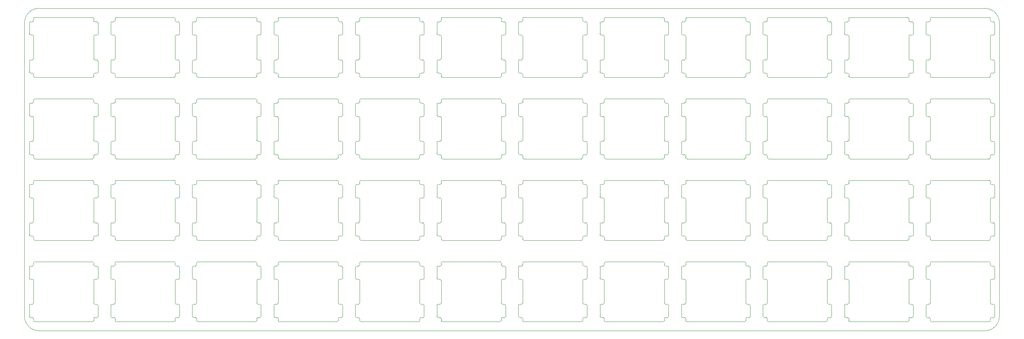
<source format=gbr>
G04 #@! TF.GenerationSoftware,KiCad,Pcbnew,(5.1.2-1)-1*
G04 #@! TF.CreationDate,2020-03-21T09:14:12-05:00*
G04 #@! TF.ProjectId,therick48_top_plate,74686572-6963-46b3-9438-5f746f705f70,rev?*
G04 #@! TF.SameCoordinates,Original*
G04 #@! TF.FileFunction,Profile,NP*
%FSLAX46Y46*%
G04 Gerber Fmt 4.6, Leading zero omitted, Abs format (unit mm)*
G04 Created by KiCad (PCBNEW (5.1.2-1)-1) date 2020-03-21 09:14:12*
%MOMM*%
%LPD*%
G04 APERTURE LIST*
%ADD10C,0.050000*%
%ADD11C,0.100000*%
G04 APERTURE END LIST*
D10*
X273600000Y-38380000D02*
X273600000Y-106780000D01*
X270180000Y-110200000D02*
X49780000Y-110200000D01*
X49780000Y-34960000D02*
X270180000Y-34960000D01*
X46360000Y-106780000D02*
X46360000Y-38380000D01*
X49780000Y-110200000D02*
G75*
G02X46360000Y-106780000I0J3420000D01*
G01*
X46360000Y-38380000D02*
G75*
G02X49780000Y-34960000I3420000J0D01*
G01*
X270180000Y-34960000D02*
G75*
G02X273600000Y-38380000I0J-3420000D01*
G01*
X273600000Y-106780000D02*
G75*
G02X270180000Y-110200000I-3420000J0D01*
G01*
D11*
X271180000Y-70080000D02*
X257780000Y-70080000D01*
X257780000Y-70080000D02*
G75*
G02X257480000Y-69780000I0J300000D01*
G01*
X257480000Y-69780000D02*
X257480000Y-69380000D01*
X257480000Y-56380000D02*
G75*
G02X257780000Y-56080000I300000J0D01*
G01*
X271180000Y-56080000D02*
X257780000Y-56080000D01*
X257480000Y-60480000D02*
X257480000Y-65680000D01*
X257480000Y-56780000D02*
X257480000Y-56380000D01*
X271480000Y-69380000D02*
X271480000Y-69780000D01*
X271180000Y-56080000D02*
G75*
G02X271480000Y-56380000I0J-300000D01*
G01*
X272480000Y-59980000D02*
G75*
G02X272280000Y-60180000I-200000J0D01*
G01*
X271480000Y-60480000D02*
G75*
G02X271780000Y-60180000I300000J0D01*
G01*
X271780000Y-57080000D02*
X272180000Y-57080000D01*
X272480000Y-59980000D02*
X272480000Y-57380000D01*
X272280000Y-60180000D02*
X271780000Y-60180000D01*
X271480000Y-65680000D02*
X271480000Y-60480000D01*
X271480000Y-69780000D02*
G75*
G02X271180000Y-70080000I-300000J0D01*
G01*
X271780000Y-57080000D02*
G75*
G02X271480000Y-56780000I0J300000D01*
G01*
X272180000Y-57080000D02*
G75*
G02X272480000Y-57380000I0J-300000D01*
G01*
X271480000Y-56380000D02*
X271480000Y-56780000D01*
X271780000Y-65980000D02*
G75*
G02X271480000Y-65680000I0J300000D01*
G01*
X272180000Y-65980000D02*
G75*
G02X272480000Y-66280000I0J-300000D01*
G01*
X272280000Y-69080000D02*
X271780000Y-69080000D01*
X272480000Y-68880000D02*
X272480000Y-66280000D01*
X271780000Y-65980000D02*
X272180000Y-65980000D01*
X271480000Y-69380000D02*
G75*
G02X271780000Y-69080000I300000J0D01*
G01*
X272480000Y-68880000D02*
G75*
G02X272280000Y-69080000I-200000J0D01*
G01*
X256480000Y-66180000D02*
G75*
G02X256680000Y-65980000I200000J0D01*
G01*
X257480000Y-65680000D02*
G75*
G02X257180000Y-65980000I-300000J0D01*
G01*
X257180000Y-69080000D02*
X256780000Y-69080000D01*
X256480000Y-66180000D02*
X256480000Y-68780000D01*
X256680000Y-65980000D02*
X257180000Y-65980000D01*
X256780000Y-69080000D02*
G75*
G02X256480000Y-68780000I0J300000D01*
G01*
X257180000Y-69080000D02*
G75*
G02X257480000Y-69380000I0J-300000D01*
G01*
X256680000Y-57080000D02*
X257180000Y-57080000D01*
X257180000Y-60180000D02*
X256780000Y-60180000D01*
X256480000Y-57280000D02*
X256480000Y-59880000D01*
X257480000Y-56780000D02*
G75*
G02X257180000Y-57080000I-300000J0D01*
G01*
X257180000Y-60180000D02*
G75*
G02X257480000Y-60480000I0J-300000D01*
G01*
X256780000Y-60180000D02*
G75*
G02X256480000Y-59880000I0J300000D01*
G01*
X256480000Y-57280000D02*
G75*
G02X256680000Y-57080000I200000J0D01*
G01*
X271180000Y-89080000D02*
X257780000Y-89080000D01*
X257780000Y-89080000D02*
G75*
G02X257480000Y-88780000I0J300000D01*
G01*
X257480000Y-88780000D02*
X257480000Y-88380000D01*
X257480000Y-75380000D02*
G75*
G02X257780000Y-75080000I300000J0D01*
G01*
X271180000Y-75080000D02*
X257780000Y-75080000D01*
X257480000Y-79480000D02*
X257480000Y-84680000D01*
X257480000Y-75780000D02*
X257480000Y-75380000D01*
X271480000Y-88380000D02*
X271480000Y-88780000D01*
X271180000Y-75080000D02*
G75*
G02X271480000Y-75380000I0J-300000D01*
G01*
X272480000Y-78980000D02*
G75*
G02X272280000Y-79180000I-200000J0D01*
G01*
X271480000Y-79480000D02*
G75*
G02X271780000Y-79180000I300000J0D01*
G01*
X271780000Y-76080000D02*
X272180000Y-76080000D01*
X272480000Y-78980000D02*
X272480000Y-76380000D01*
X272280000Y-79180000D02*
X271780000Y-79180000D01*
X271480000Y-84680000D02*
X271480000Y-79480000D01*
X271480000Y-88780000D02*
G75*
G02X271180000Y-89080000I-300000J0D01*
G01*
X271780000Y-76080000D02*
G75*
G02X271480000Y-75780000I0J300000D01*
G01*
X272180000Y-76080000D02*
G75*
G02X272480000Y-76380000I0J-300000D01*
G01*
X271480000Y-75380000D02*
X271480000Y-75780000D01*
X271780000Y-84980000D02*
G75*
G02X271480000Y-84680000I0J300000D01*
G01*
X272180000Y-84980000D02*
G75*
G02X272480000Y-85280000I0J-300000D01*
G01*
X272280000Y-88080000D02*
X271780000Y-88080000D01*
X272480000Y-87880000D02*
X272480000Y-85280000D01*
X271780000Y-84980000D02*
X272180000Y-84980000D01*
X271480000Y-88380000D02*
G75*
G02X271780000Y-88080000I300000J0D01*
G01*
X272480000Y-87880000D02*
G75*
G02X272280000Y-88080000I-200000J0D01*
G01*
X256480000Y-85180000D02*
G75*
G02X256680000Y-84980000I200000J0D01*
G01*
X257480000Y-84680000D02*
G75*
G02X257180000Y-84980000I-300000J0D01*
G01*
X257180000Y-88080000D02*
X256780000Y-88080000D01*
X256480000Y-85180000D02*
X256480000Y-87780000D01*
X256680000Y-84980000D02*
X257180000Y-84980000D01*
X256780000Y-88080000D02*
G75*
G02X256480000Y-87780000I0J300000D01*
G01*
X257180000Y-88080000D02*
G75*
G02X257480000Y-88380000I0J-300000D01*
G01*
X256680000Y-76080000D02*
X257180000Y-76080000D01*
X257180000Y-79180000D02*
X256780000Y-79180000D01*
X256480000Y-76280000D02*
X256480000Y-78880000D01*
X257480000Y-75780000D02*
G75*
G02X257180000Y-76080000I-300000J0D01*
G01*
X257180000Y-79180000D02*
G75*
G02X257480000Y-79480000I0J-300000D01*
G01*
X256780000Y-79180000D02*
G75*
G02X256480000Y-78880000I0J300000D01*
G01*
X256480000Y-76280000D02*
G75*
G02X256680000Y-76080000I200000J0D01*
G01*
X271180000Y-51080000D02*
X257780000Y-51080000D01*
X257780000Y-51080000D02*
G75*
G02X257480000Y-50780000I0J300000D01*
G01*
X257480000Y-50780000D02*
X257480000Y-50380000D01*
X257480000Y-37380000D02*
G75*
G02X257780000Y-37080000I300000J0D01*
G01*
X271180000Y-37080000D02*
X257780000Y-37080000D01*
X257480000Y-41480000D02*
X257480000Y-46680000D01*
X257480000Y-37780000D02*
X257480000Y-37380000D01*
X271480000Y-50380000D02*
X271480000Y-50780000D01*
X271180000Y-37080000D02*
G75*
G02X271480000Y-37380000I0J-300000D01*
G01*
X272480000Y-40980000D02*
G75*
G02X272280000Y-41180000I-200000J0D01*
G01*
X271480000Y-41480000D02*
G75*
G02X271780000Y-41180000I300000J0D01*
G01*
X271780000Y-38080000D02*
X272180000Y-38080000D01*
X272480000Y-40980000D02*
X272480000Y-38380000D01*
X272280000Y-41180000D02*
X271780000Y-41180000D01*
X271480000Y-46680000D02*
X271480000Y-41480000D01*
X271480000Y-50780000D02*
G75*
G02X271180000Y-51080000I-300000J0D01*
G01*
X271780000Y-38080000D02*
G75*
G02X271480000Y-37780000I0J300000D01*
G01*
X272180000Y-38080000D02*
G75*
G02X272480000Y-38380000I0J-300000D01*
G01*
X271480000Y-37380000D02*
X271480000Y-37780000D01*
X271780000Y-46980000D02*
G75*
G02X271480000Y-46680000I0J300000D01*
G01*
X272180000Y-46980000D02*
G75*
G02X272480000Y-47280000I0J-300000D01*
G01*
X272280000Y-50080000D02*
X271780000Y-50080000D01*
X272480000Y-49880000D02*
X272480000Y-47280000D01*
X271780000Y-46980000D02*
X272180000Y-46980000D01*
X271480000Y-50380000D02*
G75*
G02X271780000Y-50080000I300000J0D01*
G01*
X272480000Y-49880000D02*
G75*
G02X272280000Y-50080000I-200000J0D01*
G01*
X256480000Y-47180000D02*
G75*
G02X256680000Y-46980000I200000J0D01*
G01*
X257480000Y-46680000D02*
G75*
G02X257180000Y-46980000I-300000J0D01*
G01*
X257180000Y-50080000D02*
X256780000Y-50080000D01*
X256480000Y-47180000D02*
X256480000Y-49780000D01*
X256680000Y-46980000D02*
X257180000Y-46980000D01*
X256780000Y-50080000D02*
G75*
G02X256480000Y-49780000I0J300000D01*
G01*
X257180000Y-50080000D02*
G75*
G02X257480000Y-50380000I0J-300000D01*
G01*
X256680000Y-38080000D02*
X257180000Y-38080000D01*
X257180000Y-41180000D02*
X256780000Y-41180000D01*
X256480000Y-38280000D02*
X256480000Y-40880000D01*
X257480000Y-37780000D02*
G75*
G02X257180000Y-38080000I-300000J0D01*
G01*
X257180000Y-41180000D02*
G75*
G02X257480000Y-41480000I0J-300000D01*
G01*
X256780000Y-41180000D02*
G75*
G02X256480000Y-40880000I0J300000D01*
G01*
X256480000Y-38280000D02*
G75*
G02X256680000Y-38080000I200000J0D01*
G01*
X62180000Y-51080000D02*
X48780000Y-51080000D01*
X48780000Y-51080000D02*
G75*
G02X48480000Y-50780000I0J300000D01*
G01*
X48480000Y-50780000D02*
X48480000Y-50380000D01*
X48480000Y-37380000D02*
G75*
G02X48780000Y-37080000I300000J0D01*
G01*
X62180000Y-37080000D02*
X48780000Y-37080000D01*
X48480000Y-41480000D02*
X48480000Y-46680000D01*
X48480000Y-37780000D02*
X48480000Y-37380000D01*
X62480000Y-50380000D02*
X62480000Y-50780000D01*
X62180000Y-37080000D02*
G75*
G02X62480000Y-37380000I0J-300000D01*
G01*
X63480000Y-40980000D02*
G75*
G02X63280000Y-41180000I-200000J0D01*
G01*
X62480000Y-41480000D02*
G75*
G02X62780000Y-41180000I300000J0D01*
G01*
X62780000Y-38080000D02*
X63180000Y-38080000D01*
X63480000Y-40980000D02*
X63480000Y-38380000D01*
X63280000Y-41180000D02*
X62780000Y-41180000D01*
X62480000Y-46680000D02*
X62480000Y-41480000D01*
X62480000Y-50780000D02*
G75*
G02X62180000Y-51080000I-300000J0D01*
G01*
X62780000Y-38080000D02*
G75*
G02X62480000Y-37780000I0J300000D01*
G01*
X63180000Y-38080000D02*
G75*
G02X63480000Y-38380000I0J-300000D01*
G01*
X62480000Y-37380000D02*
X62480000Y-37780000D01*
X62780000Y-46980000D02*
G75*
G02X62480000Y-46680000I0J300000D01*
G01*
X63180000Y-46980000D02*
G75*
G02X63480000Y-47280000I0J-300000D01*
G01*
X63280000Y-50080000D02*
X62780000Y-50080000D01*
X63480000Y-49880000D02*
X63480000Y-47280000D01*
X62780000Y-46980000D02*
X63180000Y-46980000D01*
X62480000Y-50380000D02*
G75*
G02X62780000Y-50080000I300000J0D01*
G01*
X63480000Y-49880000D02*
G75*
G02X63280000Y-50080000I-200000J0D01*
G01*
X47480000Y-47180000D02*
G75*
G02X47680000Y-46980000I200000J0D01*
G01*
X48480000Y-46680000D02*
G75*
G02X48180000Y-46980000I-300000J0D01*
G01*
X48180000Y-50080000D02*
X47780000Y-50080000D01*
X47480000Y-47180000D02*
X47480000Y-49780000D01*
X47680000Y-46980000D02*
X48180000Y-46980000D01*
X47780000Y-50080000D02*
G75*
G02X47480000Y-49780000I0J300000D01*
G01*
X48180000Y-50080000D02*
G75*
G02X48480000Y-50380000I0J-300000D01*
G01*
X47680000Y-38080000D02*
X48180000Y-38080000D01*
X48180000Y-41180000D02*
X47780000Y-41180000D01*
X47480000Y-38280000D02*
X47480000Y-40880000D01*
X48480000Y-37780000D02*
G75*
G02X48180000Y-38080000I-300000J0D01*
G01*
X48180000Y-41180000D02*
G75*
G02X48480000Y-41480000I0J-300000D01*
G01*
X47780000Y-41180000D02*
G75*
G02X47480000Y-40880000I0J300000D01*
G01*
X47480000Y-38280000D02*
G75*
G02X47680000Y-38080000I200000J0D01*
G01*
X81180000Y-51080000D02*
X67780000Y-51080000D01*
X67780000Y-51080000D02*
G75*
G02X67480000Y-50780000I0J300000D01*
G01*
X67480000Y-50780000D02*
X67480000Y-50380000D01*
X67480000Y-37380000D02*
G75*
G02X67780000Y-37080000I300000J0D01*
G01*
X81180000Y-37080000D02*
X67780000Y-37080000D01*
X67480000Y-41480000D02*
X67480000Y-46680000D01*
X67480000Y-37780000D02*
X67480000Y-37380000D01*
X81480000Y-50380000D02*
X81480000Y-50780000D01*
X81180000Y-37080000D02*
G75*
G02X81480000Y-37380000I0J-300000D01*
G01*
X82480000Y-40980000D02*
G75*
G02X82280000Y-41180000I-200000J0D01*
G01*
X81480000Y-41480000D02*
G75*
G02X81780000Y-41180000I300000J0D01*
G01*
X81780000Y-38080000D02*
X82180000Y-38080000D01*
X82480000Y-40980000D02*
X82480000Y-38380000D01*
X82280000Y-41180000D02*
X81780000Y-41180000D01*
X81480000Y-46680000D02*
X81480000Y-41480000D01*
X81480000Y-50780000D02*
G75*
G02X81180000Y-51080000I-300000J0D01*
G01*
X81780000Y-38080000D02*
G75*
G02X81480000Y-37780000I0J300000D01*
G01*
X82180000Y-38080000D02*
G75*
G02X82480000Y-38380000I0J-300000D01*
G01*
X81480000Y-37380000D02*
X81480000Y-37780000D01*
X81780000Y-46980000D02*
G75*
G02X81480000Y-46680000I0J300000D01*
G01*
X82180000Y-46980000D02*
G75*
G02X82480000Y-47280000I0J-300000D01*
G01*
X82280000Y-50080000D02*
X81780000Y-50080000D01*
X82480000Y-49880000D02*
X82480000Y-47280000D01*
X81780000Y-46980000D02*
X82180000Y-46980000D01*
X81480000Y-50380000D02*
G75*
G02X81780000Y-50080000I300000J0D01*
G01*
X82480000Y-49880000D02*
G75*
G02X82280000Y-50080000I-200000J0D01*
G01*
X66480000Y-47180000D02*
G75*
G02X66680000Y-46980000I200000J0D01*
G01*
X67480000Y-46680000D02*
G75*
G02X67180000Y-46980000I-300000J0D01*
G01*
X67180000Y-50080000D02*
X66780000Y-50080000D01*
X66480000Y-47180000D02*
X66480000Y-49780000D01*
X66680000Y-46980000D02*
X67180000Y-46980000D01*
X66780000Y-50080000D02*
G75*
G02X66480000Y-49780000I0J300000D01*
G01*
X67180000Y-50080000D02*
G75*
G02X67480000Y-50380000I0J-300000D01*
G01*
X66680000Y-38080000D02*
X67180000Y-38080000D01*
X67180000Y-41180000D02*
X66780000Y-41180000D01*
X66480000Y-38280000D02*
X66480000Y-40880000D01*
X67480000Y-37780000D02*
G75*
G02X67180000Y-38080000I-300000J0D01*
G01*
X67180000Y-41180000D02*
G75*
G02X67480000Y-41480000I0J-300000D01*
G01*
X66780000Y-41180000D02*
G75*
G02X66480000Y-40880000I0J300000D01*
G01*
X66480000Y-38280000D02*
G75*
G02X66680000Y-38080000I200000J0D01*
G01*
X100180000Y-51080000D02*
X86780000Y-51080000D01*
X86780000Y-51080000D02*
G75*
G02X86480000Y-50780000I0J300000D01*
G01*
X86480000Y-50780000D02*
X86480000Y-50380000D01*
X86480000Y-37380000D02*
G75*
G02X86780000Y-37080000I300000J0D01*
G01*
X100180000Y-37080000D02*
X86780000Y-37080000D01*
X86480000Y-41480000D02*
X86480000Y-46680000D01*
X86480000Y-37780000D02*
X86480000Y-37380000D01*
X100480000Y-50380000D02*
X100480000Y-50780000D01*
X100180000Y-37080000D02*
G75*
G02X100480000Y-37380000I0J-300000D01*
G01*
X101480000Y-40980000D02*
G75*
G02X101280000Y-41180000I-200000J0D01*
G01*
X100480000Y-41480000D02*
G75*
G02X100780000Y-41180000I300000J0D01*
G01*
X100780000Y-38080000D02*
X101180000Y-38080000D01*
X101480000Y-40980000D02*
X101480000Y-38380000D01*
X101280000Y-41180000D02*
X100780000Y-41180000D01*
X100480000Y-46680000D02*
X100480000Y-41480000D01*
X100480000Y-50780000D02*
G75*
G02X100180000Y-51080000I-300000J0D01*
G01*
X100780000Y-38080000D02*
G75*
G02X100480000Y-37780000I0J300000D01*
G01*
X101180000Y-38080000D02*
G75*
G02X101480000Y-38380000I0J-300000D01*
G01*
X100480000Y-37380000D02*
X100480000Y-37780000D01*
X100780000Y-46980000D02*
G75*
G02X100480000Y-46680000I0J300000D01*
G01*
X101180000Y-46980000D02*
G75*
G02X101480000Y-47280000I0J-300000D01*
G01*
X101280000Y-50080000D02*
X100780000Y-50080000D01*
X101480000Y-49880000D02*
X101480000Y-47280000D01*
X100780000Y-46980000D02*
X101180000Y-46980000D01*
X100480000Y-50380000D02*
G75*
G02X100780000Y-50080000I300000J0D01*
G01*
X101480000Y-49880000D02*
G75*
G02X101280000Y-50080000I-200000J0D01*
G01*
X85480000Y-47180000D02*
G75*
G02X85680000Y-46980000I200000J0D01*
G01*
X86480000Y-46680000D02*
G75*
G02X86180000Y-46980000I-300000J0D01*
G01*
X86180000Y-50080000D02*
X85780000Y-50080000D01*
X85480000Y-47180000D02*
X85480000Y-49780000D01*
X85680000Y-46980000D02*
X86180000Y-46980000D01*
X85780000Y-50080000D02*
G75*
G02X85480000Y-49780000I0J300000D01*
G01*
X86180000Y-50080000D02*
G75*
G02X86480000Y-50380000I0J-300000D01*
G01*
X85680000Y-38080000D02*
X86180000Y-38080000D01*
X86180000Y-41180000D02*
X85780000Y-41180000D01*
X85480000Y-38280000D02*
X85480000Y-40880000D01*
X86480000Y-37780000D02*
G75*
G02X86180000Y-38080000I-300000J0D01*
G01*
X86180000Y-41180000D02*
G75*
G02X86480000Y-41480000I0J-300000D01*
G01*
X85780000Y-41180000D02*
G75*
G02X85480000Y-40880000I0J300000D01*
G01*
X85480000Y-38280000D02*
G75*
G02X85680000Y-38080000I200000J0D01*
G01*
X119180000Y-51080000D02*
X105780000Y-51080000D01*
X105780000Y-51080000D02*
G75*
G02X105480000Y-50780000I0J300000D01*
G01*
X105480000Y-50780000D02*
X105480000Y-50380000D01*
X105480000Y-37380000D02*
G75*
G02X105780000Y-37080000I300000J0D01*
G01*
X119180000Y-37080000D02*
X105780000Y-37080000D01*
X105480000Y-41480000D02*
X105480000Y-46680000D01*
X105480000Y-37780000D02*
X105480000Y-37380000D01*
X119480000Y-50380000D02*
X119480000Y-50780000D01*
X119180000Y-37080000D02*
G75*
G02X119480000Y-37380000I0J-300000D01*
G01*
X120480000Y-40980000D02*
G75*
G02X120280000Y-41180000I-200000J0D01*
G01*
X119480000Y-41480000D02*
G75*
G02X119780000Y-41180000I300000J0D01*
G01*
X119780000Y-38080000D02*
X120180000Y-38080000D01*
X120480000Y-40980000D02*
X120480000Y-38380000D01*
X120280000Y-41180000D02*
X119780000Y-41180000D01*
X119480000Y-46680000D02*
X119480000Y-41480000D01*
X119480000Y-50780000D02*
G75*
G02X119180000Y-51080000I-300000J0D01*
G01*
X119780000Y-38080000D02*
G75*
G02X119480000Y-37780000I0J300000D01*
G01*
X120180000Y-38080000D02*
G75*
G02X120480000Y-38380000I0J-300000D01*
G01*
X119480000Y-37380000D02*
X119480000Y-37780000D01*
X119780000Y-46980000D02*
G75*
G02X119480000Y-46680000I0J300000D01*
G01*
X120180000Y-46980000D02*
G75*
G02X120480000Y-47280000I0J-300000D01*
G01*
X120280000Y-50080000D02*
X119780000Y-50080000D01*
X120480000Y-49880000D02*
X120480000Y-47280000D01*
X119780000Y-46980000D02*
X120180000Y-46980000D01*
X119480000Y-50380000D02*
G75*
G02X119780000Y-50080000I300000J0D01*
G01*
X120480000Y-49880000D02*
G75*
G02X120280000Y-50080000I-200000J0D01*
G01*
X104480000Y-47180000D02*
G75*
G02X104680000Y-46980000I200000J0D01*
G01*
X105480000Y-46680000D02*
G75*
G02X105180000Y-46980000I-300000J0D01*
G01*
X105180000Y-50080000D02*
X104780000Y-50080000D01*
X104480000Y-47180000D02*
X104480000Y-49780000D01*
X104680000Y-46980000D02*
X105180000Y-46980000D01*
X104780000Y-50080000D02*
G75*
G02X104480000Y-49780000I0J300000D01*
G01*
X105180000Y-50080000D02*
G75*
G02X105480000Y-50380000I0J-300000D01*
G01*
X104680000Y-38080000D02*
X105180000Y-38080000D01*
X105180000Y-41180000D02*
X104780000Y-41180000D01*
X104480000Y-38280000D02*
X104480000Y-40880000D01*
X105480000Y-37780000D02*
G75*
G02X105180000Y-38080000I-300000J0D01*
G01*
X105180000Y-41180000D02*
G75*
G02X105480000Y-41480000I0J-300000D01*
G01*
X104780000Y-41180000D02*
G75*
G02X104480000Y-40880000I0J300000D01*
G01*
X104480000Y-38280000D02*
G75*
G02X104680000Y-38080000I200000J0D01*
G01*
X138180000Y-51080000D02*
X124780000Y-51080000D01*
X124780000Y-51080000D02*
G75*
G02X124480000Y-50780000I0J300000D01*
G01*
X124480000Y-50780000D02*
X124480000Y-50380000D01*
X124480000Y-37380000D02*
G75*
G02X124780000Y-37080000I300000J0D01*
G01*
X138180000Y-37080000D02*
X124780000Y-37080000D01*
X124480000Y-41480000D02*
X124480000Y-46680000D01*
X124480000Y-37780000D02*
X124480000Y-37380000D01*
X138480000Y-50380000D02*
X138480000Y-50780000D01*
X138180000Y-37080000D02*
G75*
G02X138480000Y-37380000I0J-300000D01*
G01*
X139480000Y-40980000D02*
G75*
G02X139280000Y-41180000I-200000J0D01*
G01*
X138480000Y-41480000D02*
G75*
G02X138780000Y-41180000I300000J0D01*
G01*
X138780000Y-38080000D02*
X139180000Y-38080000D01*
X139480000Y-40980000D02*
X139480000Y-38380000D01*
X139280000Y-41180000D02*
X138780000Y-41180000D01*
X138480000Y-46680000D02*
X138480000Y-41480000D01*
X138480000Y-50780000D02*
G75*
G02X138180000Y-51080000I-300000J0D01*
G01*
X138780000Y-38080000D02*
G75*
G02X138480000Y-37780000I0J300000D01*
G01*
X139180000Y-38080000D02*
G75*
G02X139480000Y-38380000I0J-300000D01*
G01*
X138480000Y-37380000D02*
X138480000Y-37780000D01*
X138780000Y-46980000D02*
G75*
G02X138480000Y-46680000I0J300000D01*
G01*
X139180000Y-46980000D02*
G75*
G02X139480000Y-47280000I0J-300000D01*
G01*
X139280000Y-50080000D02*
X138780000Y-50080000D01*
X139480000Y-49880000D02*
X139480000Y-47280000D01*
X138780000Y-46980000D02*
X139180000Y-46980000D01*
X138480000Y-50380000D02*
G75*
G02X138780000Y-50080000I300000J0D01*
G01*
X139480000Y-49880000D02*
G75*
G02X139280000Y-50080000I-200000J0D01*
G01*
X123480000Y-47180000D02*
G75*
G02X123680000Y-46980000I200000J0D01*
G01*
X124480000Y-46680000D02*
G75*
G02X124180000Y-46980000I-300000J0D01*
G01*
X124180000Y-50080000D02*
X123780000Y-50080000D01*
X123480000Y-47180000D02*
X123480000Y-49780000D01*
X123680000Y-46980000D02*
X124180000Y-46980000D01*
X123780000Y-50080000D02*
G75*
G02X123480000Y-49780000I0J300000D01*
G01*
X124180000Y-50080000D02*
G75*
G02X124480000Y-50380000I0J-300000D01*
G01*
X123680000Y-38080000D02*
X124180000Y-38080000D01*
X124180000Y-41180000D02*
X123780000Y-41180000D01*
X123480000Y-38280000D02*
X123480000Y-40880000D01*
X124480000Y-37780000D02*
G75*
G02X124180000Y-38080000I-300000J0D01*
G01*
X124180000Y-41180000D02*
G75*
G02X124480000Y-41480000I0J-300000D01*
G01*
X123780000Y-41180000D02*
G75*
G02X123480000Y-40880000I0J300000D01*
G01*
X123480000Y-38280000D02*
G75*
G02X123680000Y-38080000I200000J0D01*
G01*
X157180000Y-51080000D02*
X143780000Y-51080000D01*
X143780000Y-51080000D02*
G75*
G02X143480000Y-50780000I0J300000D01*
G01*
X143480000Y-50780000D02*
X143480000Y-50380000D01*
X143480000Y-37380000D02*
G75*
G02X143780000Y-37080000I300000J0D01*
G01*
X157180000Y-37080000D02*
X143780000Y-37080000D01*
X143480000Y-41480000D02*
X143480000Y-46680000D01*
X143480000Y-37780000D02*
X143480000Y-37380000D01*
X157480000Y-50380000D02*
X157480000Y-50780000D01*
X157180000Y-37080000D02*
G75*
G02X157480000Y-37380000I0J-300000D01*
G01*
X158480000Y-40980000D02*
G75*
G02X158280000Y-41180000I-200000J0D01*
G01*
X157480000Y-41480000D02*
G75*
G02X157780000Y-41180000I300000J0D01*
G01*
X157780000Y-38080000D02*
X158180000Y-38080000D01*
X158480000Y-40980000D02*
X158480000Y-38380000D01*
X158280000Y-41180000D02*
X157780000Y-41180000D01*
X157480000Y-46680000D02*
X157480000Y-41480000D01*
X157480000Y-50780000D02*
G75*
G02X157180000Y-51080000I-300000J0D01*
G01*
X157780000Y-38080000D02*
G75*
G02X157480000Y-37780000I0J300000D01*
G01*
X158180000Y-38080000D02*
G75*
G02X158480000Y-38380000I0J-300000D01*
G01*
X157480000Y-37380000D02*
X157480000Y-37780000D01*
X157780000Y-46980000D02*
G75*
G02X157480000Y-46680000I0J300000D01*
G01*
X158180000Y-46980000D02*
G75*
G02X158480000Y-47280000I0J-300000D01*
G01*
X158280000Y-50080000D02*
X157780000Y-50080000D01*
X158480000Y-49880000D02*
X158480000Y-47280000D01*
X157780000Y-46980000D02*
X158180000Y-46980000D01*
X157480000Y-50380000D02*
G75*
G02X157780000Y-50080000I300000J0D01*
G01*
X158480000Y-49880000D02*
G75*
G02X158280000Y-50080000I-200000J0D01*
G01*
X142480000Y-47180000D02*
G75*
G02X142680000Y-46980000I200000J0D01*
G01*
X143480000Y-46680000D02*
G75*
G02X143180000Y-46980000I-300000J0D01*
G01*
X143180000Y-50080000D02*
X142780000Y-50080000D01*
X142480000Y-47180000D02*
X142480000Y-49780000D01*
X142680000Y-46980000D02*
X143180000Y-46980000D01*
X142780000Y-50080000D02*
G75*
G02X142480000Y-49780000I0J300000D01*
G01*
X143180000Y-50080000D02*
G75*
G02X143480000Y-50380000I0J-300000D01*
G01*
X142680000Y-38080000D02*
X143180000Y-38080000D01*
X143180000Y-41180000D02*
X142780000Y-41180000D01*
X142480000Y-38280000D02*
X142480000Y-40880000D01*
X143480000Y-37780000D02*
G75*
G02X143180000Y-38080000I-300000J0D01*
G01*
X143180000Y-41180000D02*
G75*
G02X143480000Y-41480000I0J-300000D01*
G01*
X142780000Y-41180000D02*
G75*
G02X142480000Y-40880000I0J300000D01*
G01*
X142480000Y-38280000D02*
G75*
G02X142680000Y-38080000I200000J0D01*
G01*
X176180000Y-51080000D02*
X162780000Y-51080000D01*
X162780000Y-51080000D02*
G75*
G02X162480000Y-50780000I0J300000D01*
G01*
X162480000Y-50780000D02*
X162480000Y-50380000D01*
X162480000Y-37380000D02*
G75*
G02X162780000Y-37080000I300000J0D01*
G01*
X176180000Y-37080000D02*
X162780000Y-37080000D01*
X162480000Y-41480000D02*
X162480000Y-46680000D01*
X162480000Y-37780000D02*
X162480000Y-37380000D01*
X176480000Y-50380000D02*
X176480000Y-50780000D01*
X176180000Y-37080000D02*
G75*
G02X176480000Y-37380000I0J-300000D01*
G01*
X177480000Y-40980000D02*
G75*
G02X177280000Y-41180000I-200000J0D01*
G01*
X176480000Y-41480000D02*
G75*
G02X176780000Y-41180000I300000J0D01*
G01*
X176780000Y-38080000D02*
X177180000Y-38080000D01*
X177480000Y-40980000D02*
X177480000Y-38380000D01*
X177280000Y-41180000D02*
X176780000Y-41180000D01*
X176480000Y-46680000D02*
X176480000Y-41480000D01*
X176480000Y-50780000D02*
G75*
G02X176180000Y-51080000I-300000J0D01*
G01*
X176780000Y-38080000D02*
G75*
G02X176480000Y-37780000I0J300000D01*
G01*
X177180000Y-38080000D02*
G75*
G02X177480000Y-38380000I0J-300000D01*
G01*
X176480000Y-37380000D02*
X176480000Y-37780000D01*
X176780000Y-46980000D02*
G75*
G02X176480000Y-46680000I0J300000D01*
G01*
X177180000Y-46980000D02*
G75*
G02X177480000Y-47280000I0J-300000D01*
G01*
X177280000Y-50080000D02*
X176780000Y-50080000D01*
X177480000Y-49880000D02*
X177480000Y-47280000D01*
X176780000Y-46980000D02*
X177180000Y-46980000D01*
X176480000Y-50380000D02*
G75*
G02X176780000Y-50080000I300000J0D01*
G01*
X177480000Y-49880000D02*
G75*
G02X177280000Y-50080000I-200000J0D01*
G01*
X161480000Y-47180000D02*
G75*
G02X161680000Y-46980000I200000J0D01*
G01*
X162480000Y-46680000D02*
G75*
G02X162180000Y-46980000I-300000J0D01*
G01*
X162180000Y-50080000D02*
X161780000Y-50080000D01*
X161480000Y-47180000D02*
X161480000Y-49780000D01*
X161680000Y-46980000D02*
X162180000Y-46980000D01*
X161780000Y-50080000D02*
G75*
G02X161480000Y-49780000I0J300000D01*
G01*
X162180000Y-50080000D02*
G75*
G02X162480000Y-50380000I0J-300000D01*
G01*
X161680000Y-38080000D02*
X162180000Y-38080000D01*
X162180000Y-41180000D02*
X161780000Y-41180000D01*
X161480000Y-38280000D02*
X161480000Y-40880000D01*
X162480000Y-37780000D02*
G75*
G02X162180000Y-38080000I-300000J0D01*
G01*
X162180000Y-41180000D02*
G75*
G02X162480000Y-41480000I0J-300000D01*
G01*
X161780000Y-41180000D02*
G75*
G02X161480000Y-40880000I0J300000D01*
G01*
X161480000Y-38280000D02*
G75*
G02X161680000Y-38080000I200000J0D01*
G01*
X195180000Y-51080000D02*
X181780000Y-51080000D01*
X181780000Y-51080000D02*
G75*
G02X181480000Y-50780000I0J300000D01*
G01*
X181480000Y-50780000D02*
X181480000Y-50380000D01*
X181480000Y-37380000D02*
G75*
G02X181780000Y-37080000I300000J0D01*
G01*
X195180000Y-37080000D02*
X181780000Y-37080000D01*
X181480000Y-41480000D02*
X181480000Y-46680000D01*
X181480000Y-37780000D02*
X181480000Y-37380000D01*
X195480000Y-50380000D02*
X195480000Y-50780000D01*
X195180000Y-37080000D02*
G75*
G02X195480000Y-37380000I0J-300000D01*
G01*
X196480000Y-40980000D02*
G75*
G02X196280000Y-41180000I-200000J0D01*
G01*
X195480000Y-41480000D02*
G75*
G02X195780000Y-41180000I300000J0D01*
G01*
X195780000Y-38080000D02*
X196180000Y-38080000D01*
X196480000Y-40980000D02*
X196480000Y-38380000D01*
X196280000Y-41180000D02*
X195780000Y-41180000D01*
X195480000Y-46680000D02*
X195480000Y-41480000D01*
X195480000Y-50780000D02*
G75*
G02X195180000Y-51080000I-300000J0D01*
G01*
X195780000Y-38080000D02*
G75*
G02X195480000Y-37780000I0J300000D01*
G01*
X196180000Y-38080000D02*
G75*
G02X196480000Y-38380000I0J-300000D01*
G01*
X195480000Y-37380000D02*
X195480000Y-37780000D01*
X195780000Y-46980000D02*
G75*
G02X195480000Y-46680000I0J300000D01*
G01*
X196180000Y-46980000D02*
G75*
G02X196480000Y-47280000I0J-300000D01*
G01*
X196280000Y-50080000D02*
X195780000Y-50080000D01*
X196480000Y-49880000D02*
X196480000Y-47280000D01*
X195780000Y-46980000D02*
X196180000Y-46980000D01*
X195480000Y-50380000D02*
G75*
G02X195780000Y-50080000I300000J0D01*
G01*
X196480000Y-49880000D02*
G75*
G02X196280000Y-50080000I-200000J0D01*
G01*
X180480000Y-47180000D02*
G75*
G02X180680000Y-46980000I200000J0D01*
G01*
X181480000Y-46680000D02*
G75*
G02X181180000Y-46980000I-300000J0D01*
G01*
X181180000Y-50080000D02*
X180780000Y-50080000D01*
X180480000Y-47180000D02*
X180480000Y-49780000D01*
X180680000Y-46980000D02*
X181180000Y-46980000D01*
X180780000Y-50080000D02*
G75*
G02X180480000Y-49780000I0J300000D01*
G01*
X181180000Y-50080000D02*
G75*
G02X181480000Y-50380000I0J-300000D01*
G01*
X180680000Y-38080000D02*
X181180000Y-38080000D01*
X181180000Y-41180000D02*
X180780000Y-41180000D01*
X180480000Y-38280000D02*
X180480000Y-40880000D01*
X181480000Y-37780000D02*
G75*
G02X181180000Y-38080000I-300000J0D01*
G01*
X181180000Y-41180000D02*
G75*
G02X181480000Y-41480000I0J-300000D01*
G01*
X180780000Y-41180000D02*
G75*
G02X180480000Y-40880000I0J300000D01*
G01*
X180480000Y-38280000D02*
G75*
G02X180680000Y-38080000I200000J0D01*
G01*
X214180000Y-51080000D02*
X200780000Y-51080000D01*
X200780000Y-51080000D02*
G75*
G02X200480000Y-50780000I0J300000D01*
G01*
X200480000Y-50780000D02*
X200480000Y-50380000D01*
X200480000Y-37380000D02*
G75*
G02X200780000Y-37080000I300000J0D01*
G01*
X214180000Y-37080000D02*
X200780000Y-37080000D01*
X200480000Y-41480000D02*
X200480000Y-46680000D01*
X200480000Y-37780000D02*
X200480000Y-37380000D01*
X214480000Y-50380000D02*
X214480000Y-50780000D01*
X214180000Y-37080000D02*
G75*
G02X214480000Y-37380000I0J-300000D01*
G01*
X215480000Y-40980000D02*
G75*
G02X215280000Y-41180000I-200000J0D01*
G01*
X214480000Y-41480000D02*
G75*
G02X214780000Y-41180000I300000J0D01*
G01*
X214780000Y-38080000D02*
X215180000Y-38080000D01*
X215480000Y-40980000D02*
X215480000Y-38380000D01*
X215280000Y-41180000D02*
X214780000Y-41180000D01*
X214480000Y-46680000D02*
X214480000Y-41480000D01*
X214480000Y-50780000D02*
G75*
G02X214180000Y-51080000I-300000J0D01*
G01*
X214780000Y-38080000D02*
G75*
G02X214480000Y-37780000I0J300000D01*
G01*
X215180000Y-38080000D02*
G75*
G02X215480000Y-38380000I0J-300000D01*
G01*
X214480000Y-37380000D02*
X214480000Y-37780000D01*
X214780000Y-46980000D02*
G75*
G02X214480000Y-46680000I0J300000D01*
G01*
X215180000Y-46980000D02*
G75*
G02X215480000Y-47280000I0J-300000D01*
G01*
X215280000Y-50080000D02*
X214780000Y-50080000D01*
X215480000Y-49880000D02*
X215480000Y-47280000D01*
X214780000Y-46980000D02*
X215180000Y-46980000D01*
X214480000Y-50380000D02*
G75*
G02X214780000Y-50080000I300000J0D01*
G01*
X215480000Y-49880000D02*
G75*
G02X215280000Y-50080000I-200000J0D01*
G01*
X199480000Y-47180000D02*
G75*
G02X199680000Y-46980000I200000J0D01*
G01*
X200480000Y-46680000D02*
G75*
G02X200180000Y-46980000I-300000J0D01*
G01*
X200180000Y-50080000D02*
X199780000Y-50080000D01*
X199480000Y-47180000D02*
X199480000Y-49780000D01*
X199680000Y-46980000D02*
X200180000Y-46980000D01*
X199780000Y-50080000D02*
G75*
G02X199480000Y-49780000I0J300000D01*
G01*
X200180000Y-50080000D02*
G75*
G02X200480000Y-50380000I0J-300000D01*
G01*
X199680000Y-38080000D02*
X200180000Y-38080000D01*
X200180000Y-41180000D02*
X199780000Y-41180000D01*
X199480000Y-38280000D02*
X199480000Y-40880000D01*
X200480000Y-37780000D02*
G75*
G02X200180000Y-38080000I-300000J0D01*
G01*
X200180000Y-41180000D02*
G75*
G02X200480000Y-41480000I0J-300000D01*
G01*
X199780000Y-41180000D02*
G75*
G02X199480000Y-40880000I0J300000D01*
G01*
X199480000Y-38280000D02*
G75*
G02X199680000Y-38080000I200000J0D01*
G01*
X233180000Y-51080000D02*
X219780000Y-51080000D01*
X219780000Y-51080000D02*
G75*
G02X219480000Y-50780000I0J300000D01*
G01*
X219480000Y-50780000D02*
X219480000Y-50380000D01*
X219480000Y-37380000D02*
G75*
G02X219780000Y-37080000I300000J0D01*
G01*
X233180000Y-37080000D02*
X219780000Y-37080000D01*
X219480000Y-41480000D02*
X219480000Y-46680000D01*
X219480000Y-37780000D02*
X219480000Y-37380000D01*
X233480000Y-50380000D02*
X233480000Y-50780000D01*
X233180000Y-37080000D02*
G75*
G02X233480000Y-37380000I0J-300000D01*
G01*
X234480000Y-40980000D02*
G75*
G02X234280000Y-41180000I-200000J0D01*
G01*
X233480000Y-41480000D02*
G75*
G02X233780000Y-41180000I300000J0D01*
G01*
X233780000Y-38080000D02*
X234180000Y-38080000D01*
X234480000Y-40980000D02*
X234480000Y-38380000D01*
X234280000Y-41180000D02*
X233780000Y-41180000D01*
X233480000Y-46680000D02*
X233480000Y-41480000D01*
X233480000Y-50780000D02*
G75*
G02X233180000Y-51080000I-300000J0D01*
G01*
X233780000Y-38080000D02*
G75*
G02X233480000Y-37780000I0J300000D01*
G01*
X234180000Y-38080000D02*
G75*
G02X234480000Y-38380000I0J-300000D01*
G01*
X233480000Y-37380000D02*
X233480000Y-37780000D01*
X233780000Y-46980000D02*
G75*
G02X233480000Y-46680000I0J300000D01*
G01*
X234180000Y-46980000D02*
G75*
G02X234480000Y-47280000I0J-300000D01*
G01*
X234280000Y-50080000D02*
X233780000Y-50080000D01*
X234480000Y-49880000D02*
X234480000Y-47280000D01*
X233780000Y-46980000D02*
X234180000Y-46980000D01*
X233480000Y-50380000D02*
G75*
G02X233780000Y-50080000I300000J0D01*
G01*
X234480000Y-49880000D02*
G75*
G02X234280000Y-50080000I-200000J0D01*
G01*
X218480000Y-47180000D02*
G75*
G02X218680000Y-46980000I200000J0D01*
G01*
X219480000Y-46680000D02*
G75*
G02X219180000Y-46980000I-300000J0D01*
G01*
X219180000Y-50080000D02*
X218780000Y-50080000D01*
X218480000Y-47180000D02*
X218480000Y-49780000D01*
X218680000Y-46980000D02*
X219180000Y-46980000D01*
X218780000Y-50080000D02*
G75*
G02X218480000Y-49780000I0J300000D01*
G01*
X219180000Y-50080000D02*
G75*
G02X219480000Y-50380000I0J-300000D01*
G01*
X218680000Y-38080000D02*
X219180000Y-38080000D01*
X219180000Y-41180000D02*
X218780000Y-41180000D01*
X218480000Y-38280000D02*
X218480000Y-40880000D01*
X219480000Y-37780000D02*
G75*
G02X219180000Y-38080000I-300000J0D01*
G01*
X219180000Y-41180000D02*
G75*
G02X219480000Y-41480000I0J-300000D01*
G01*
X218780000Y-41180000D02*
G75*
G02X218480000Y-40880000I0J300000D01*
G01*
X218480000Y-38280000D02*
G75*
G02X218680000Y-38080000I200000J0D01*
G01*
X252180000Y-51080000D02*
X238780000Y-51080000D01*
X238780000Y-51080000D02*
G75*
G02X238480000Y-50780000I0J300000D01*
G01*
X238480000Y-50780000D02*
X238480000Y-50380000D01*
X238480000Y-37380000D02*
G75*
G02X238780000Y-37080000I300000J0D01*
G01*
X252180000Y-37080000D02*
X238780000Y-37080000D01*
X238480000Y-41480000D02*
X238480000Y-46680000D01*
X238480000Y-37780000D02*
X238480000Y-37380000D01*
X252480000Y-50380000D02*
X252480000Y-50780000D01*
X252180000Y-37080000D02*
G75*
G02X252480000Y-37380000I0J-300000D01*
G01*
X253480000Y-40980000D02*
G75*
G02X253280000Y-41180000I-200000J0D01*
G01*
X252480000Y-41480000D02*
G75*
G02X252780000Y-41180000I300000J0D01*
G01*
X252780000Y-38080000D02*
X253180000Y-38080000D01*
X253480000Y-40980000D02*
X253480000Y-38380000D01*
X253280000Y-41180000D02*
X252780000Y-41180000D01*
X252480000Y-46680000D02*
X252480000Y-41480000D01*
X252480000Y-50780000D02*
G75*
G02X252180000Y-51080000I-300000J0D01*
G01*
X252780000Y-38080000D02*
G75*
G02X252480000Y-37780000I0J300000D01*
G01*
X253180000Y-38080000D02*
G75*
G02X253480000Y-38380000I0J-300000D01*
G01*
X252480000Y-37380000D02*
X252480000Y-37780000D01*
X252780000Y-46980000D02*
G75*
G02X252480000Y-46680000I0J300000D01*
G01*
X253180000Y-46980000D02*
G75*
G02X253480000Y-47280000I0J-300000D01*
G01*
X253280000Y-50080000D02*
X252780000Y-50080000D01*
X253480000Y-49880000D02*
X253480000Y-47280000D01*
X252780000Y-46980000D02*
X253180000Y-46980000D01*
X252480000Y-50380000D02*
G75*
G02X252780000Y-50080000I300000J0D01*
G01*
X253480000Y-49880000D02*
G75*
G02X253280000Y-50080000I-200000J0D01*
G01*
X237480000Y-47180000D02*
G75*
G02X237680000Y-46980000I200000J0D01*
G01*
X238480000Y-46680000D02*
G75*
G02X238180000Y-46980000I-300000J0D01*
G01*
X238180000Y-50080000D02*
X237780000Y-50080000D01*
X237480000Y-47180000D02*
X237480000Y-49780000D01*
X237680000Y-46980000D02*
X238180000Y-46980000D01*
X237780000Y-50080000D02*
G75*
G02X237480000Y-49780000I0J300000D01*
G01*
X238180000Y-50080000D02*
G75*
G02X238480000Y-50380000I0J-300000D01*
G01*
X237680000Y-38080000D02*
X238180000Y-38080000D01*
X238180000Y-41180000D02*
X237780000Y-41180000D01*
X237480000Y-38280000D02*
X237480000Y-40880000D01*
X238480000Y-37780000D02*
G75*
G02X238180000Y-38080000I-300000J0D01*
G01*
X238180000Y-41180000D02*
G75*
G02X238480000Y-41480000I0J-300000D01*
G01*
X237780000Y-41180000D02*
G75*
G02X237480000Y-40880000I0J300000D01*
G01*
X237480000Y-38280000D02*
G75*
G02X237680000Y-38080000I200000J0D01*
G01*
X62180000Y-70080000D02*
X48780000Y-70080000D01*
X48780000Y-70080000D02*
G75*
G02X48480000Y-69780000I0J300000D01*
G01*
X48480000Y-69780000D02*
X48480000Y-69380000D01*
X48480000Y-56380000D02*
G75*
G02X48780000Y-56080000I300000J0D01*
G01*
X62180000Y-56080000D02*
X48780000Y-56080000D01*
X48480000Y-60480000D02*
X48480000Y-65680000D01*
X48480000Y-56780000D02*
X48480000Y-56380000D01*
X62480000Y-69380000D02*
X62480000Y-69780000D01*
X62180000Y-56080000D02*
G75*
G02X62480000Y-56380000I0J-300000D01*
G01*
X63480000Y-59980000D02*
G75*
G02X63280000Y-60180000I-200000J0D01*
G01*
X62480000Y-60480000D02*
G75*
G02X62780000Y-60180000I300000J0D01*
G01*
X62780000Y-57080000D02*
X63180000Y-57080000D01*
X63480000Y-59980000D02*
X63480000Y-57380000D01*
X63280000Y-60180000D02*
X62780000Y-60180000D01*
X62480000Y-65680000D02*
X62480000Y-60480000D01*
X62480000Y-69780000D02*
G75*
G02X62180000Y-70080000I-300000J0D01*
G01*
X62780000Y-57080000D02*
G75*
G02X62480000Y-56780000I0J300000D01*
G01*
X63180000Y-57080000D02*
G75*
G02X63480000Y-57380000I0J-300000D01*
G01*
X62480000Y-56380000D02*
X62480000Y-56780000D01*
X62780000Y-65980000D02*
G75*
G02X62480000Y-65680000I0J300000D01*
G01*
X63180000Y-65980000D02*
G75*
G02X63480000Y-66280000I0J-300000D01*
G01*
X63280000Y-69080000D02*
X62780000Y-69080000D01*
X63480000Y-68880000D02*
X63480000Y-66280000D01*
X62780000Y-65980000D02*
X63180000Y-65980000D01*
X62480000Y-69380000D02*
G75*
G02X62780000Y-69080000I300000J0D01*
G01*
X63480000Y-68880000D02*
G75*
G02X63280000Y-69080000I-200000J0D01*
G01*
X47480000Y-66180000D02*
G75*
G02X47680000Y-65980000I200000J0D01*
G01*
X48480000Y-65680000D02*
G75*
G02X48180000Y-65980000I-300000J0D01*
G01*
X48180000Y-69080000D02*
X47780000Y-69080000D01*
X47480000Y-66180000D02*
X47480000Y-68780000D01*
X47680000Y-65980000D02*
X48180000Y-65980000D01*
X47780000Y-69080000D02*
G75*
G02X47480000Y-68780000I0J300000D01*
G01*
X48180000Y-69080000D02*
G75*
G02X48480000Y-69380000I0J-300000D01*
G01*
X47680000Y-57080000D02*
X48180000Y-57080000D01*
X48180000Y-60180000D02*
X47780000Y-60180000D01*
X47480000Y-57280000D02*
X47480000Y-59880000D01*
X48480000Y-56780000D02*
G75*
G02X48180000Y-57080000I-300000J0D01*
G01*
X48180000Y-60180000D02*
G75*
G02X48480000Y-60480000I0J-300000D01*
G01*
X47780000Y-60180000D02*
G75*
G02X47480000Y-59880000I0J300000D01*
G01*
X47480000Y-57280000D02*
G75*
G02X47680000Y-57080000I200000J0D01*
G01*
X81180000Y-70080000D02*
X67780000Y-70080000D01*
X67780000Y-70080000D02*
G75*
G02X67480000Y-69780000I0J300000D01*
G01*
X67480000Y-69780000D02*
X67480000Y-69380000D01*
X67480000Y-56380000D02*
G75*
G02X67780000Y-56080000I300000J0D01*
G01*
X81180000Y-56080000D02*
X67780000Y-56080000D01*
X67480000Y-60480000D02*
X67480000Y-65680000D01*
X67480000Y-56780000D02*
X67480000Y-56380000D01*
X81480000Y-69380000D02*
X81480000Y-69780000D01*
X81180000Y-56080000D02*
G75*
G02X81480000Y-56380000I0J-300000D01*
G01*
X82480000Y-59980000D02*
G75*
G02X82280000Y-60180000I-200000J0D01*
G01*
X81480000Y-60480000D02*
G75*
G02X81780000Y-60180000I300000J0D01*
G01*
X81780000Y-57080000D02*
X82180000Y-57080000D01*
X82480000Y-59980000D02*
X82480000Y-57380000D01*
X82280000Y-60180000D02*
X81780000Y-60180000D01*
X81480000Y-65680000D02*
X81480000Y-60480000D01*
X81480000Y-69780000D02*
G75*
G02X81180000Y-70080000I-300000J0D01*
G01*
X81780000Y-57080000D02*
G75*
G02X81480000Y-56780000I0J300000D01*
G01*
X82180000Y-57080000D02*
G75*
G02X82480000Y-57380000I0J-300000D01*
G01*
X81480000Y-56380000D02*
X81480000Y-56780000D01*
X81780000Y-65980000D02*
G75*
G02X81480000Y-65680000I0J300000D01*
G01*
X82180000Y-65980000D02*
G75*
G02X82480000Y-66280000I0J-300000D01*
G01*
X82280000Y-69080000D02*
X81780000Y-69080000D01*
X82480000Y-68880000D02*
X82480000Y-66280000D01*
X81780000Y-65980000D02*
X82180000Y-65980000D01*
X81480000Y-69380000D02*
G75*
G02X81780000Y-69080000I300000J0D01*
G01*
X82480000Y-68880000D02*
G75*
G02X82280000Y-69080000I-200000J0D01*
G01*
X66480000Y-66180000D02*
G75*
G02X66680000Y-65980000I200000J0D01*
G01*
X67480000Y-65680000D02*
G75*
G02X67180000Y-65980000I-300000J0D01*
G01*
X67180000Y-69080000D02*
X66780000Y-69080000D01*
X66480000Y-66180000D02*
X66480000Y-68780000D01*
X66680000Y-65980000D02*
X67180000Y-65980000D01*
X66780000Y-69080000D02*
G75*
G02X66480000Y-68780000I0J300000D01*
G01*
X67180000Y-69080000D02*
G75*
G02X67480000Y-69380000I0J-300000D01*
G01*
X66680000Y-57080000D02*
X67180000Y-57080000D01*
X67180000Y-60180000D02*
X66780000Y-60180000D01*
X66480000Y-57280000D02*
X66480000Y-59880000D01*
X67480000Y-56780000D02*
G75*
G02X67180000Y-57080000I-300000J0D01*
G01*
X67180000Y-60180000D02*
G75*
G02X67480000Y-60480000I0J-300000D01*
G01*
X66780000Y-60180000D02*
G75*
G02X66480000Y-59880000I0J300000D01*
G01*
X66480000Y-57280000D02*
G75*
G02X66680000Y-57080000I200000J0D01*
G01*
X100180000Y-70080000D02*
X86780000Y-70080000D01*
X86780000Y-70080000D02*
G75*
G02X86480000Y-69780000I0J300000D01*
G01*
X86480000Y-69780000D02*
X86480000Y-69380000D01*
X86480000Y-56380000D02*
G75*
G02X86780000Y-56080000I300000J0D01*
G01*
X100180000Y-56080000D02*
X86780000Y-56080000D01*
X86480000Y-60480000D02*
X86480000Y-65680000D01*
X86480000Y-56780000D02*
X86480000Y-56380000D01*
X100480000Y-69380000D02*
X100480000Y-69780000D01*
X100180000Y-56080000D02*
G75*
G02X100480000Y-56380000I0J-300000D01*
G01*
X101480000Y-59980000D02*
G75*
G02X101280000Y-60180000I-200000J0D01*
G01*
X100480000Y-60480000D02*
G75*
G02X100780000Y-60180000I300000J0D01*
G01*
X100780000Y-57080000D02*
X101180000Y-57080000D01*
X101480000Y-59980000D02*
X101480000Y-57380000D01*
X101280000Y-60180000D02*
X100780000Y-60180000D01*
X100480000Y-65680000D02*
X100480000Y-60480000D01*
X100480000Y-69780000D02*
G75*
G02X100180000Y-70080000I-300000J0D01*
G01*
X100780000Y-57080000D02*
G75*
G02X100480000Y-56780000I0J300000D01*
G01*
X101180000Y-57080000D02*
G75*
G02X101480000Y-57380000I0J-300000D01*
G01*
X100480000Y-56380000D02*
X100480000Y-56780000D01*
X100780000Y-65980000D02*
G75*
G02X100480000Y-65680000I0J300000D01*
G01*
X101180000Y-65980000D02*
G75*
G02X101480000Y-66280000I0J-300000D01*
G01*
X101280000Y-69080000D02*
X100780000Y-69080000D01*
X101480000Y-68880000D02*
X101480000Y-66280000D01*
X100780000Y-65980000D02*
X101180000Y-65980000D01*
X100480000Y-69380000D02*
G75*
G02X100780000Y-69080000I300000J0D01*
G01*
X101480000Y-68880000D02*
G75*
G02X101280000Y-69080000I-200000J0D01*
G01*
X85480000Y-66180000D02*
G75*
G02X85680000Y-65980000I200000J0D01*
G01*
X86480000Y-65680000D02*
G75*
G02X86180000Y-65980000I-300000J0D01*
G01*
X86180000Y-69080000D02*
X85780000Y-69080000D01*
X85480000Y-66180000D02*
X85480000Y-68780000D01*
X85680000Y-65980000D02*
X86180000Y-65980000D01*
X85780000Y-69080000D02*
G75*
G02X85480000Y-68780000I0J300000D01*
G01*
X86180000Y-69080000D02*
G75*
G02X86480000Y-69380000I0J-300000D01*
G01*
X85680000Y-57080000D02*
X86180000Y-57080000D01*
X86180000Y-60180000D02*
X85780000Y-60180000D01*
X85480000Y-57280000D02*
X85480000Y-59880000D01*
X86480000Y-56780000D02*
G75*
G02X86180000Y-57080000I-300000J0D01*
G01*
X86180000Y-60180000D02*
G75*
G02X86480000Y-60480000I0J-300000D01*
G01*
X85780000Y-60180000D02*
G75*
G02X85480000Y-59880000I0J300000D01*
G01*
X85480000Y-57280000D02*
G75*
G02X85680000Y-57080000I200000J0D01*
G01*
X119180000Y-70080000D02*
X105780000Y-70080000D01*
X105780000Y-70080000D02*
G75*
G02X105480000Y-69780000I0J300000D01*
G01*
X105480000Y-69780000D02*
X105480000Y-69380000D01*
X105480000Y-56380000D02*
G75*
G02X105780000Y-56080000I300000J0D01*
G01*
X119180000Y-56080000D02*
X105780000Y-56080000D01*
X105480000Y-60480000D02*
X105480000Y-65680000D01*
X105480000Y-56780000D02*
X105480000Y-56380000D01*
X119480000Y-69380000D02*
X119480000Y-69780000D01*
X119180000Y-56080000D02*
G75*
G02X119480000Y-56380000I0J-300000D01*
G01*
X120480000Y-59980000D02*
G75*
G02X120280000Y-60180000I-200000J0D01*
G01*
X119480000Y-60480000D02*
G75*
G02X119780000Y-60180000I300000J0D01*
G01*
X119780000Y-57080000D02*
X120180000Y-57080000D01*
X120480000Y-59980000D02*
X120480000Y-57380000D01*
X120280000Y-60180000D02*
X119780000Y-60180000D01*
X119480000Y-65680000D02*
X119480000Y-60480000D01*
X119480000Y-69780000D02*
G75*
G02X119180000Y-70080000I-300000J0D01*
G01*
X119780000Y-57080000D02*
G75*
G02X119480000Y-56780000I0J300000D01*
G01*
X120180000Y-57080000D02*
G75*
G02X120480000Y-57380000I0J-300000D01*
G01*
X119480000Y-56380000D02*
X119480000Y-56780000D01*
X119780000Y-65980000D02*
G75*
G02X119480000Y-65680000I0J300000D01*
G01*
X120180000Y-65980000D02*
G75*
G02X120480000Y-66280000I0J-300000D01*
G01*
X120280000Y-69080000D02*
X119780000Y-69080000D01*
X120480000Y-68880000D02*
X120480000Y-66280000D01*
X119780000Y-65980000D02*
X120180000Y-65980000D01*
X119480000Y-69380000D02*
G75*
G02X119780000Y-69080000I300000J0D01*
G01*
X120480000Y-68880000D02*
G75*
G02X120280000Y-69080000I-200000J0D01*
G01*
X104480000Y-66180000D02*
G75*
G02X104680000Y-65980000I200000J0D01*
G01*
X105480000Y-65680000D02*
G75*
G02X105180000Y-65980000I-300000J0D01*
G01*
X105180000Y-69080000D02*
X104780000Y-69080000D01*
X104480000Y-66180000D02*
X104480000Y-68780000D01*
X104680000Y-65980000D02*
X105180000Y-65980000D01*
X104780000Y-69080000D02*
G75*
G02X104480000Y-68780000I0J300000D01*
G01*
X105180000Y-69080000D02*
G75*
G02X105480000Y-69380000I0J-300000D01*
G01*
X104680000Y-57080000D02*
X105180000Y-57080000D01*
X105180000Y-60180000D02*
X104780000Y-60180000D01*
X104480000Y-57280000D02*
X104480000Y-59880000D01*
X105480000Y-56780000D02*
G75*
G02X105180000Y-57080000I-300000J0D01*
G01*
X105180000Y-60180000D02*
G75*
G02X105480000Y-60480000I0J-300000D01*
G01*
X104780000Y-60180000D02*
G75*
G02X104480000Y-59880000I0J300000D01*
G01*
X104480000Y-57280000D02*
G75*
G02X104680000Y-57080000I200000J0D01*
G01*
X138180000Y-70080000D02*
X124780000Y-70080000D01*
X124780000Y-70080000D02*
G75*
G02X124480000Y-69780000I0J300000D01*
G01*
X124480000Y-69780000D02*
X124480000Y-69380000D01*
X124480000Y-56380000D02*
G75*
G02X124780000Y-56080000I300000J0D01*
G01*
X138180000Y-56080000D02*
X124780000Y-56080000D01*
X124480000Y-60480000D02*
X124480000Y-65680000D01*
X124480000Y-56780000D02*
X124480000Y-56380000D01*
X138480000Y-69380000D02*
X138480000Y-69780000D01*
X138180000Y-56080000D02*
G75*
G02X138480000Y-56380000I0J-300000D01*
G01*
X139480000Y-59980000D02*
G75*
G02X139280000Y-60180000I-200000J0D01*
G01*
X138480000Y-60480000D02*
G75*
G02X138780000Y-60180000I300000J0D01*
G01*
X138780000Y-57080000D02*
X139180000Y-57080000D01*
X139480000Y-59980000D02*
X139480000Y-57380000D01*
X139280000Y-60180000D02*
X138780000Y-60180000D01*
X138480000Y-65680000D02*
X138480000Y-60480000D01*
X138480000Y-69780000D02*
G75*
G02X138180000Y-70080000I-300000J0D01*
G01*
X138780000Y-57080000D02*
G75*
G02X138480000Y-56780000I0J300000D01*
G01*
X139180000Y-57080000D02*
G75*
G02X139480000Y-57380000I0J-300000D01*
G01*
X138480000Y-56380000D02*
X138480000Y-56780000D01*
X138780000Y-65980000D02*
G75*
G02X138480000Y-65680000I0J300000D01*
G01*
X139180000Y-65980000D02*
G75*
G02X139480000Y-66280000I0J-300000D01*
G01*
X139280000Y-69080000D02*
X138780000Y-69080000D01*
X139480000Y-68880000D02*
X139480000Y-66280000D01*
X138780000Y-65980000D02*
X139180000Y-65980000D01*
X138480000Y-69380000D02*
G75*
G02X138780000Y-69080000I300000J0D01*
G01*
X139480000Y-68880000D02*
G75*
G02X139280000Y-69080000I-200000J0D01*
G01*
X123480000Y-66180000D02*
G75*
G02X123680000Y-65980000I200000J0D01*
G01*
X124480000Y-65680000D02*
G75*
G02X124180000Y-65980000I-300000J0D01*
G01*
X124180000Y-69080000D02*
X123780000Y-69080000D01*
X123480000Y-66180000D02*
X123480000Y-68780000D01*
X123680000Y-65980000D02*
X124180000Y-65980000D01*
X123780000Y-69080000D02*
G75*
G02X123480000Y-68780000I0J300000D01*
G01*
X124180000Y-69080000D02*
G75*
G02X124480000Y-69380000I0J-300000D01*
G01*
X123680000Y-57080000D02*
X124180000Y-57080000D01*
X124180000Y-60180000D02*
X123780000Y-60180000D01*
X123480000Y-57280000D02*
X123480000Y-59880000D01*
X124480000Y-56780000D02*
G75*
G02X124180000Y-57080000I-300000J0D01*
G01*
X124180000Y-60180000D02*
G75*
G02X124480000Y-60480000I0J-300000D01*
G01*
X123780000Y-60180000D02*
G75*
G02X123480000Y-59880000I0J300000D01*
G01*
X123480000Y-57280000D02*
G75*
G02X123680000Y-57080000I200000J0D01*
G01*
X157180000Y-70080000D02*
X143780000Y-70080000D01*
X143780000Y-70080000D02*
G75*
G02X143480000Y-69780000I0J300000D01*
G01*
X143480000Y-69780000D02*
X143480000Y-69380000D01*
X143480000Y-56380000D02*
G75*
G02X143780000Y-56080000I300000J0D01*
G01*
X157180000Y-56080000D02*
X143780000Y-56080000D01*
X143480000Y-60480000D02*
X143480000Y-65680000D01*
X143480000Y-56780000D02*
X143480000Y-56380000D01*
X157480000Y-69380000D02*
X157480000Y-69780000D01*
X157180000Y-56080000D02*
G75*
G02X157480000Y-56380000I0J-300000D01*
G01*
X158480000Y-59980000D02*
G75*
G02X158280000Y-60180000I-200000J0D01*
G01*
X157480000Y-60480000D02*
G75*
G02X157780000Y-60180000I300000J0D01*
G01*
X157780000Y-57080000D02*
X158180000Y-57080000D01*
X158480000Y-59980000D02*
X158480000Y-57380000D01*
X158280000Y-60180000D02*
X157780000Y-60180000D01*
X157480000Y-65680000D02*
X157480000Y-60480000D01*
X157480000Y-69780000D02*
G75*
G02X157180000Y-70080000I-300000J0D01*
G01*
X157780000Y-57080000D02*
G75*
G02X157480000Y-56780000I0J300000D01*
G01*
X158180000Y-57080000D02*
G75*
G02X158480000Y-57380000I0J-300000D01*
G01*
X157480000Y-56380000D02*
X157480000Y-56780000D01*
X157780000Y-65980000D02*
G75*
G02X157480000Y-65680000I0J300000D01*
G01*
X158180000Y-65980000D02*
G75*
G02X158480000Y-66280000I0J-300000D01*
G01*
X158280000Y-69080000D02*
X157780000Y-69080000D01*
X158480000Y-68880000D02*
X158480000Y-66280000D01*
X157780000Y-65980000D02*
X158180000Y-65980000D01*
X157480000Y-69380000D02*
G75*
G02X157780000Y-69080000I300000J0D01*
G01*
X158480000Y-68880000D02*
G75*
G02X158280000Y-69080000I-200000J0D01*
G01*
X142480000Y-66180000D02*
G75*
G02X142680000Y-65980000I200000J0D01*
G01*
X143480000Y-65680000D02*
G75*
G02X143180000Y-65980000I-300000J0D01*
G01*
X143180000Y-69080000D02*
X142780000Y-69080000D01*
X142480000Y-66180000D02*
X142480000Y-68780000D01*
X142680000Y-65980000D02*
X143180000Y-65980000D01*
X142780000Y-69080000D02*
G75*
G02X142480000Y-68780000I0J300000D01*
G01*
X143180000Y-69080000D02*
G75*
G02X143480000Y-69380000I0J-300000D01*
G01*
X142680000Y-57080000D02*
X143180000Y-57080000D01*
X143180000Y-60180000D02*
X142780000Y-60180000D01*
X142480000Y-57280000D02*
X142480000Y-59880000D01*
X143480000Y-56780000D02*
G75*
G02X143180000Y-57080000I-300000J0D01*
G01*
X143180000Y-60180000D02*
G75*
G02X143480000Y-60480000I0J-300000D01*
G01*
X142780000Y-60180000D02*
G75*
G02X142480000Y-59880000I0J300000D01*
G01*
X142480000Y-57280000D02*
G75*
G02X142680000Y-57080000I200000J0D01*
G01*
X176180000Y-70080000D02*
X162780000Y-70080000D01*
X162780000Y-70080000D02*
G75*
G02X162480000Y-69780000I0J300000D01*
G01*
X162480000Y-69780000D02*
X162480000Y-69380000D01*
X162480000Y-56380000D02*
G75*
G02X162780000Y-56080000I300000J0D01*
G01*
X176180000Y-56080000D02*
X162780000Y-56080000D01*
X162480000Y-60480000D02*
X162480000Y-65680000D01*
X162480000Y-56780000D02*
X162480000Y-56380000D01*
X176480000Y-69380000D02*
X176480000Y-69780000D01*
X176180000Y-56080000D02*
G75*
G02X176480000Y-56380000I0J-300000D01*
G01*
X177480000Y-59980000D02*
G75*
G02X177280000Y-60180000I-200000J0D01*
G01*
X176480000Y-60480000D02*
G75*
G02X176780000Y-60180000I300000J0D01*
G01*
X176780000Y-57080000D02*
X177180000Y-57080000D01*
X177480000Y-59980000D02*
X177480000Y-57380000D01*
X177280000Y-60180000D02*
X176780000Y-60180000D01*
X176480000Y-65680000D02*
X176480000Y-60480000D01*
X176480000Y-69780000D02*
G75*
G02X176180000Y-70080000I-300000J0D01*
G01*
X176780000Y-57080000D02*
G75*
G02X176480000Y-56780000I0J300000D01*
G01*
X177180000Y-57080000D02*
G75*
G02X177480000Y-57380000I0J-300000D01*
G01*
X176480000Y-56380000D02*
X176480000Y-56780000D01*
X176780000Y-65980000D02*
G75*
G02X176480000Y-65680000I0J300000D01*
G01*
X177180000Y-65980000D02*
G75*
G02X177480000Y-66280000I0J-300000D01*
G01*
X177280000Y-69080000D02*
X176780000Y-69080000D01*
X177480000Y-68880000D02*
X177480000Y-66280000D01*
X176780000Y-65980000D02*
X177180000Y-65980000D01*
X176480000Y-69380000D02*
G75*
G02X176780000Y-69080000I300000J0D01*
G01*
X177480000Y-68880000D02*
G75*
G02X177280000Y-69080000I-200000J0D01*
G01*
X161480000Y-66180000D02*
G75*
G02X161680000Y-65980000I200000J0D01*
G01*
X162480000Y-65680000D02*
G75*
G02X162180000Y-65980000I-300000J0D01*
G01*
X162180000Y-69080000D02*
X161780000Y-69080000D01*
X161480000Y-66180000D02*
X161480000Y-68780000D01*
X161680000Y-65980000D02*
X162180000Y-65980000D01*
X161780000Y-69080000D02*
G75*
G02X161480000Y-68780000I0J300000D01*
G01*
X162180000Y-69080000D02*
G75*
G02X162480000Y-69380000I0J-300000D01*
G01*
X161680000Y-57080000D02*
X162180000Y-57080000D01*
X162180000Y-60180000D02*
X161780000Y-60180000D01*
X161480000Y-57280000D02*
X161480000Y-59880000D01*
X162480000Y-56780000D02*
G75*
G02X162180000Y-57080000I-300000J0D01*
G01*
X162180000Y-60180000D02*
G75*
G02X162480000Y-60480000I0J-300000D01*
G01*
X161780000Y-60180000D02*
G75*
G02X161480000Y-59880000I0J300000D01*
G01*
X161480000Y-57280000D02*
G75*
G02X161680000Y-57080000I200000J0D01*
G01*
X195180000Y-70080000D02*
X181780000Y-70080000D01*
X181780000Y-70080000D02*
G75*
G02X181480000Y-69780000I0J300000D01*
G01*
X181480000Y-69780000D02*
X181480000Y-69380000D01*
X181480000Y-56380000D02*
G75*
G02X181780000Y-56080000I300000J0D01*
G01*
X195180000Y-56080000D02*
X181780000Y-56080000D01*
X181480000Y-60480000D02*
X181480000Y-65680000D01*
X181480000Y-56780000D02*
X181480000Y-56380000D01*
X195480000Y-69380000D02*
X195480000Y-69780000D01*
X195180000Y-56080000D02*
G75*
G02X195480000Y-56380000I0J-300000D01*
G01*
X196480000Y-59980000D02*
G75*
G02X196280000Y-60180000I-200000J0D01*
G01*
X195480000Y-60480000D02*
G75*
G02X195780000Y-60180000I300000J0D01*
G01*
X195780000Y-57080000D02*
X196180000Y-57080000D01*
X196480000Y-59980000D02*
X196480000Y-57380000D01*
X196280000Y-60180000D02*
X195780000Y-60180000D01*
X195480000Y-65680000D02*
X195480000Y-60480000D01*
X195480000Y-69780000D02*
G75*
G02X195180000Y-70080000I-300000J0D01*
G01*
X195780000Y-57080000D02*
G75*
G02X195480000Y-56780000I0J300000D01*
G01*
X196180000Y-57080000D02*
G75*
G02X196480000Y-57380000I0J-300000D01*
G01*
X195480000Y-56380000D02*
X195480000Y-56780000D01*
X195780000Y-65980000D02*
G75*
G02X195480000Y-65680000I0J300000D01*
G01*
X196180000Y-65980000D02*
G75*
G02X196480000Y-66280000I0J-300000D01*
G01*
X196280000Y-69080000D02*
X195780000Y-69080000D01*
X196480000Y-68880000D02*
X196480000Y-66280000D01*
X195780000Y-65980000D02*
X196180000Y-65980000D01*
X195480000Y-69380000D02*
G75*
G02X195780000Y-69080000I300000J0D01*
G01*
X196480000Y-68880000D02*
G75*
G02X196280000Y-69080000I-200000J0D01*
G01*
X180480000Y-66180000D02*
G75*
G02X180680000Y-65980000I200000J0D01*
G01*
X181480000Y-65680000D02*
G75*
G02X181180000Y-65980000I-300000J0D01*
G01*
X181180000Y-69080000D02*
X180780000Y-69080000D01*
X180480000Y-66180000D02*
X180480000Y-68780000D01*
X180680000Y-65980000D02*
X181180000Y-65980000D01*
X180780000Y-69080000D02*
G75*
G02X180480000Y-68780000I0J300000D01*
G01*
X181180000Y-69080000D02*
G75*
G02X181480000Y-69380000I0J-300000D01*
G01*
X180680000Y-57080000D02*
X181180000Y-57080000D01*
X181180000Y-60180000D02*
X180780000Y-60180000D01*
X180480000Y-57280000D02*
X180480000Y-59880000D01*
X181480000Y-56780000D02*
G75*
G02X181180000Y-57080000I-300000J0D01*
G01*
X181180000Y-60180000D02*
G75*
G02X181480000Y-60480000I0J-300000D01*
G01*
X180780000Y-60180000D02*
G75*
G02X180480000Y-59880000I0J300000D01*
G01*
X180480000Y-57280000D02*
G75*
G02X180680000Y-57080000I200000J0D01*
G01*
X214180000Y-70080000D02*
X200780000Y-70080000D01*
X200780000Y-70080000D02*
G75*
G02X200480000Y-69780000I0J300000D01*
G01*
X200480000Y-69780000D02*
X200480000Y-69380000D01*
X200480000Y-56380000D02*
G75*
G02X200780000Y-56080000I300000J0D01*
G01*
X214180000Y-56080000D02*
X200780000Y-56080000D01*
X200480000Y-60480000D02*
X200480000Y-65680000D01*
X200480000Y-56780000D02*
X200480000Y-56380000D01*
X214480000Y-69380000D02*
X214480000Y-69780000D01*
X214180000Y-56080000D02*
G75*
G02X214480000Y-56380000I0J-300000D01*
G01*
X215480000Y-59980000D02*
G75*
G02X215280000Y-60180000I-200000J0D01*
G01*
X214480000Y-60480000D02*
G75*
G02X214780000Y-60180000I300000J0D01*
G01*
X214780000Y-57080000D02*
X215180000Y-57080000D01*
X215480000Y-59980000D02*
X215480000Y-57380000D01*
X215280000Y-60180000D02*
X214780000Y-60180000D01*
X214480000Y-65680000D02*
X214480000Y-60480000D01*
X214480000Y-69780000D02*
G75*
G02X214180000Y-70080000I-300000J0D01*
G01*
X214780000Y-57080000D02*
G75*
G02X214480000Y-56780000I0J300000D01*
G01*
X215180000Y-57080000D02*
G75*
G02X215480000Y-57380000I0J-300000D01*
G01*
X214480000Y-56380000D02*
X214480000Y-56780000D01*
X214780000Y-65980000D02*
G75*
G02X214480000Y-65680000I0J300000D01*
G01*
X215180000Y-65980000D02*
G75*
G02X215480000Y-66280000I0J-300000D01*
G01*
X215280000Y-69080000D02*
X214780000Y-69080000D01*
X215480000Y-68880000D02*
X215480000Y-66280000D01*
X214780000Y-65980000D02*
X215180000Y-65980000D01*
X214480000Y-69380000D02*
G75*
G02X214780000Y-69080000I300000J0D01*
G01*
X215480000Y-68880000D02*
G75*
G02X215280000Y-69080000I-200000J0D01*
G01*
X199480000Y-66180000D02*
G75*
G02X199680000Y-65980000I200000J0D01*
G01*
X200480000Y-65680000D02*
G75*
G02X200180000Y-65980000I-300000J0D01*
G01*
X200180000Y-69080000D02*
X199780000Y-69080000D01*
X199480000Y-66180000D02*
X199480000Y-68780000D01*
X199680000Y-65980000D02*
X200180000Y-65980000D01*
X199780000Y-69080000D02*
G75*
G02X199480000Y-68780000I0J300000D01*
G01*
X200180000Y-69080000D02*
G75*
G02X200480000Y-69380000I0J-300000D01*
G01*
X199680000Y-57080000D02*
X200180000Y-57080000D01*
X200180000Y-60180000D02*
X199780000Y-60180000D01*
X199480000Y-57280000D02*
X199480000Y-59880000D01*
X200480000Y-56780000D02*
G75*
G02X200180000Y-57080000I-300000J0D01*
G01*
X200180000Y-60180000D02*
G75*
G02X200480000Y-60480000I0J-300000D01*
G01*
X199780000Y-60180000D02*
G75*
G02X199480000Y-59880000I0J300000D01*
G01*
X199480000Y-57280000D02*
G75*
G02X199680000Y-57080000I200000J0D01*
G01*
X233180000Y-70080000D02*
X219780000Y-70080000D01*
X219780000Y-70080000D02*
G75*
G02X219480000Y-69780000I0J300000D01*
G01*
X219480000Y-69780000D02*
X219480000Y-69380000D01*
X219480000Y-56380000D02*
G75*
G02X219780000Y-56080000I300000J0D01*
G01*
X233180000Y-56080000D02*
X219780000Y-56080000D01*
X219480000Y-60480000D02*
X219480000Y-65680000D01*
X219480000Y-56780000D02*
X219480000Y-56380000D01*
X233480000Y-69380000D02*
X233480000Y-69780000D01*
X233180000Y-56080000D02*
G75*
G02X233480000Y-56380000I0J-300000D01*
G01*
X234480000Y-59980000D02*
G75*
G02X234280000Y-60180000I-200000J0D01*
G01*
X233480000Y-60480000D02*
G75*
G02X233780000Y-60180000I300000J0D01*
G01*
X233780000Y-57080000D02*
X234180000Y-57080000D01*
X234480000Y-59980000D02*
X234480000Y-57380000D01*
X234280000Y-60180000D02*
X233780000Y-60180000D01*
X233480000Y-65680000D02*
X233480000Y-60480000D01*
X233480000Y-69780000D02*
G75*
G02X233180000Y-70080000I-300000J0D01*
G01*
X233780000Y-57080000D02*
G75*
G02X233480000Y-56780000I0J300000D01*
G01*
X234180000Y-57080000D02*
G75*
G02X234480000Y-57380000I0J-300000D01*
G01*
X233480000Y-56380000D02*
X233480000Y-56780000D01*
X233780000Y-65980000D02*
G75*
G02X233480000Y-65680000I0J300000D01*
G01*
X234180000Y-65980000D02*
G75*
G02X234480000Y-66280000I0J-300000D01*
G01*
X234280000Y-69080000D02*
X233780000Y-69080000D01*
X234480000Y-68880000D02*
X234480000Y-66280000D01*
X233780000Y-65980000D02*
X234180000Y-65980000D01*
X233480000Y-69380000D02*
G75*
G02X233780000Y-69080000I300000J0D01*
G01*
X234480000Y-68880000D02*
G75*
G02X234280000Y-69080000I-200000J0D01*
G01*
X218480000Y-66180000D02*
G75*
G02X218680000Y-65980000I200000J0D01*
G01*
X219480000Y-65680000D02*
G75*
G02X219180000Y-65980000I-300000J0D01*
G01*
X219180000Y-69080000D02*
X218780000Y-69080000D01*
X218480000Y-66180000D02*
X218480000Y-68780000D01*
X218680000Y-65980000D02*
X219180000Y-65980000D01*
X218780000Y-69080000D02*
G75*
G02X218480000Y-68780000I0J300000D01*
G01*
X219180000Y-69080000D02*
G75*
G02X219480000Y-69380000I0J-300000D01*
G01*
X218680000Y-57080000D02*
X219180000Y-57080000D01*
X219180000Y-60180000D02*
X218780000Y-60180000D01*
X218480000Y-57280000D02*
X218480000Y-59880000D01*
X219480000Y-56780000D02*
G75*
G02X219180000Y-57080000I-300000J0D01*
G01*
X219180000Y-60180000D02*
G75*
G02X219480000Y-60480000I0J-300000D01*
G01*
X218780000Y-60180000D02*
G75*
G02X218480000Y-59880000I0J300000D01*
G01*
X218480000Y-57280000D02*
G75*
G02X218680000Y-57080000I200000J0D01*
G01*
X252180000Y-70080000D02*
X238780000Y-70080000D01*
X238780000Y-70080000D02*
G75*
G02X238480000Y-69780000I0J300000D01*
G01*
X238480000Y-69780000D02*
X238480000Y-69380000D01*
X238480000Y-56380000D02*
G75*
G02X238780000Y-56080000I300000J0D01*
G01*
X252180000Y-56080000D02*
X238780000Y-56080000D01*
X238480000Y-60480000D02*
X238480000Y-65680000D01*
X238480000Y-56780000D02*
X238480000Y-56380000D01*
X252480000Y-69380000D02*
X252480000Y-69780000D01*
X252180000Y-56080000D02*
G75*
G02X252480000Y-56380000I0J-300000D01*
G01*
X253480000Y-59980000D02*
G75*
G02X253280000Y-60180000I-200000J0D01*
G01*
X252480000Y-60480000D02*
G75*
G02X252780000Y-60180000I300000J0D01*
G01*
X252780000Y-57080000D02*
X253180000Y-57080000D01*
X253480000Y-59980000D02*
X253480000Y-57380000D01*
X253280000Y-60180000D02*
X252780000Y-60180000D01*
X252480000Y-65680000D02*
X252480000Y-60480000D01*
X252480000Y-69780000D02*
G75*
G02X252180000Y-70080000I-300000J0D01*
G01*
X252780000Y-57080000D02*
G75*
G02X252480000Y-56780000I0J300000D01*
G01*
X253180000Y-57080000D02*
G75*
G02X253480000Y-57380000I0J-300000D01*
G01*
X252480000Y-56380000D02*
X252480000Y-56780000D01*
X252780000Y-65980000D02*
G75*
G02X252480000Y-65680000I0J300000D01*
G01*
X253180000Y-65980000D02*
G75*
G02X253480000Y-66280000I0J-300000D01*
G01*
X253280000Y-69080000D02*
X252780000Y-69080000D01*
X253480000Y-68880000D02*
X253480000Y-66280000D01*
X252780000Y-65980000D02*
X253180000Y-65980000D01*
X252480000Y-69380000D02*
G75*
G02X252780000Y-69080000I300000J0D01*
G01*
X253480000Y-68880000D02*
G75*
G02X253280000Y-69080000I-200000J0D01*
G01*
X237480000Y-66180000D02*
G75*
G02X237680000Y-65980000I200000J0D01*
G01*
X238480000Y-65680000D02*
G75*
G02X238180000Y-65980000I-300000J0D01*
G01*
X238180000Y-69080000D02*
X237780000Y-69080000D01*
X237480000Y-66180000D02*
X237480000Y-68780000D01*
X237680000Y-65980000D02*
X238180000Y-65980000D01*
X237780000Y-69080000D02*
G75*
G02X237480000Y-68780000I0J300000D01*
G01*
X238180000Y-69080000D02*
G75*
G02X238480000Y-69380000I0J-300000D01*
G01*
X237680000Y-57080000D02*
X238180000Y-57080000D01*
X238180000Y-60180000D02*
X237780000Y-60180000D01*
X237480000Y-57280000D02*
X237480000Y-59880000D01*
X238480000Y-56780000D02*
G75*
G02X238180000Y-57080000I-300000J0D01*
G01*
X238180000Y-60180000D02*
G75*
G02X238480000Y-60480000I0J-300000D01*
G01*
X237780000Y-60180000D02*
G75*
G02X237480000Y-59880000I0J300000D01*
G01*
X237480000Y-57280000D02*
G75*
G02X237680000Y-57080000I200000J0D01*
G01*
X62180000Y-89080000D02*
X48780000Y-89080000D01*
X48780000Y-89080000D02*
G75*
G02X48480000Y-88780000I0J300000D01*
G01*
X48480000Y-88780000D02*
X48480000Y-88380000D01*
X48480000Y-75380000D02*
G75*
G02X48780000Y-75080000I300000J0D01*
G01*
X62180000Y-75080000D02*
X48780000Y-75080000D01*
X48480000Y-79480000D02*
X48480000Y-84680000D01*
X48480000Y-75780000D02*
X48480000Y-75380000D01*
X62480000Y-88380000D02*
X62480000Y-88780000D01*
X62180000Y-75080000D02*
G75*
G02X62480000Y-75380000I0J-300000D01*
G01*
X63480000Y-78980000D02*
G75*
G02X63280000Y-79180000I-200000J0D01*
G01*
X62480000Y-79480000D02*
G75*
G02X62780000Y-79180000I300000J0D01*
G01*
X62780000Y-76080000D02*
X63180000Y-76080000D01*
X63480000Y-78980000D02*
X63480000Y-76380000D01*
X63280000Y-79180000D02*
X62780000Y-79180000D01*
X62480000Y-84680000D02*
X62480000Y-79480000D01*
X62480000Y-88780000D02*
G75*
G02X62180000Y-89080000I-300000J0D01*
G01*
X62780000Y-76080000D02*
G75*
G02X62480000Y-75780000I0J300000D01*
G01*
X63180000Y-76080000D02*
G75*
G02X63480000Y-76380000I0J-300000D01*
G01*
X62480000Y-75380000D02*
X62480000Y-75780000D01*
X62780000Y-84980000D02*
G75*
G02X62480000Y-84680000I0J300000D01*
G01*
X63180000Y-84980000D02*
G75*
G02X63480000Y-85280000I0J-300000D01*
G01*
X63280000Y-88080000D02*
X62780000Y-88080000D01*
X63480000Y-87880000D02*
X63480000Y-85280000D01*
X62780000Y-84980000D02*
X63180000Y-84980000D01*
X62480000Y-88380000D02*
G75*
G02X62780000Y-88080000I300000J0D01*
G01*
X63480000Y-87880000D02*
G75*
G02X63280000Y-88080000I-200000J0D01*
G01*
X47480000Y-85180000D02*
G75*
G02X47680000Y-84980000I200000J0D01*
G01*
X48480000Y-84680000D02*
G75*
G02X48180000Y-84980000I-300000J0D01*
G01*
X48180000Y-88080000D02*
X47780000Y-88080000D01*
X47480000Y-85180000D02*
X47480000Y-87780000D01*
X47680000Y-84980000D02*
X48180000Y-84980000D01*
X47780000Y-88080000D02*
G75*
G02X47480000Y-87780000I0J300000D01*
G01*
X48180000Y-88080000D02*
G75*
G02X48480000Y-88380000I0J-300000D01*
G01*
X47680000Y-76080000D02*
X48180000Y-76080000D01*
X48180000Y-79180000D02*
X47780000Y-79180000D01*
X47480000Y-76280000D02*
X47480000Y-78880000D01*
X48480000Y-75780000D02*
G75*
G02X48180000Y-76080000I-300000J0D01*
G01*
X48180000Y-79180000D02*
G75*
G02X48480000Y-79480000I0J-300000D01*
G01*
X47780000Y-79180000D02*
G75*
G02X47480000Y-78880000I0J300000D01*
G01*
X47480000Y-76280000D02*
G75*
G02X47680000Y-76080000I200000J0D01*
G01*
X81180000Y-89080000D02*
X67780000Y-89080000D01*
X67780000Y-89080000D02*
G75*
G02X67480000Y-88780000I0J300000D01*
G01*
X67480000Y-88780000D02*
X67480000Y-88380000D01*
X67480000Y-75380000D02*
G75*
G02X67780000Y-75080000I300000J0D01*
G01*
X81180000Y-75080000D02*
X67780000Y-75080000D01*
X67480000Y-79480000D02*
X67480000Y-84680000D01*
X67480000Y-75780000D02*
X67480000Y-75380000D01*
X81480000Y-88380000D02*
X81480000Y-88780000D01*
X81180000Y-75080000D02*
G75*
G02X81480000Y-75380000I0J-300000D01*
G01*
X82480000Y-78980000D02*
G75*
G02X82280000Y-79180000I-200000J0D01*
G01*
X81480000Y-79480000D02*
G75*
G02X81780000Y-79180000I300000J0D01*
G01*
X81780000Y-76080000D02*
X82180000Y-76080000D01*
X82480000Y-78980000D02*
X82480000Y-76380000D01*
X82280000Y-79180000D02*
X81780000Y-79180000D01*
X81480000Y-84680000D02*
X81480000Y-79480000D01*
X81480000Y-88780000D02*
G75*
G02X81180000Y-89080000I-300000J0D01*
G01*
X81780000Y-76080000D02*
G75*
G02X81480000Y-75780000I0J300000D01*
G01*
X82180000Y-76080000D02*
G75*
G02X82480000Y-76380000I0J-300000D01*
G01*
X81480000Y-75380000D02*
X81480000Y-75780000D01*
X81780000Y-84980000D02*
G75*
G02X81480000Y-84680000I0J300000D01*
G01*
X82180000Y-84980000D02*
G75*
G02X82480000Y-85280000I0J-300000D01*
G01*
X82280000Y-88080000D02*
X81780000Y-88080000D01*
X82480000Y-87880000D02*
X82480000Y-85280000D01*
X81780000Y-84980000D02*
X82180000Y-84980000D01*
X81480000Y-88380000D02*
G75*
G02X81780000Y-88080000I300000J0D01*
G01*
X82480000Y-87880000D02*
G75*
G02X82280000Y-88080000I-200000J0D01*
G01*
X66480000Y-85180000D02*
G75*
G02X66680000Y-84980000I200000J0D01*
G01*
X67480000Y-84680000D02*
G75*
G02X67180000Y-84980000I-300000J0D01*
G01*
X67180000Y-88080000D02*
X66780000Y-88080000D01*
X66480000Y-85180000D02*
X66480000Y-87780000D01*
X66680000Y-84980000D02*
X67180000Y-84980000D01*
X66780000Y-88080000D02*
G75*
G02X66480000Y-87780000I0J300000D01*
G01*
X67180000Y-88080000D02*
G75*
G02X67480000Y-88380000I0J-300000D01*
G01*
X66680000Y-76080000D02*
X67180000Y-76080000D01*
X67180000Y-79180000D02*
X66780000Y-79180000D01*
X66480000Y-76280000D02*
X66480000Y-78880000D01*
X67480000Y-75780000D02*
G75*
G02X67180000Y-76080000I-300000J0D01*
G01*
X67180000Y-79180000D02*
G75*
G02X67480000Y-79480000I0J-300000D01*
G01*
X66780000Y-79180000D02*
G75*
G02X66480000Y-78880000I0J300000D01*
G01*
X66480000Y-76280000D02*
G75*
G02X66680000Y-76080000I200000J0D01*
G01*
X100180000Y-89080000D02*
X86780000Y-89080000D01*
X86780000Y-89080000D02*
G75*
G02X86480000Y-88780000I0J300000D01*
G01*
X86480000Y-88780000D02*
X86480000Y-88380000D01*
X86480000Y-75380000D02*
G75*
G02X86780000Y-75080000I300000J0D01*
G01*
X100180000Y-75080000D02*
X86780000Y-75080000D01*
X86480000Y-79480000D02*
X86480000Y-84680000D01*
X86480000Y-75780000D02*
X86480000Y-75380000D01*
X100480000Y-88380000D02*
X100480000Y-88780000D01*
X100180000Y-75080000D02*
G75*
G02X100480000Y-75380000I0J-300000D01*
G01*
X101480000Y-78980000D02*
G75*
G02X101280000Y-79180000I-200000J0D01*
G01*
X100480000Y-79480000D02*
G75*
G02X100780000Y-79180000I300000J0D01*
G01*
X100780000Y-76080000D02*
X101180000Y-76080000D01*
X101480000Y-78980000D02*
X101480000Y-76380000D01*
X101280000Y-79180000D02*
X100780000Y-79180000D01*
X100480000Y-84680000D02*
X100480000Y-79480000D01*
X100480000Y-88780000D02*
G75*
G02X100180000Y-89080000I-300000J0D01*
G01*
X100780000Y-76080000D02*
G75*
G02X100480000Y-75780000I0J300000D01*
G01*
X101180000Y-76080000D02*
G75*
G02X101480000Y-76380000I0J-300000D01*
G01*
X100480000Y-75380000D02*
X100480000Y-75780000D01*
X100780000Y-84980000D02*
G75*
G02X100480000Y-84680000I0J300000D01*
G01*
X101180000Y-84980000D02*
G75*
G02X101480000Y-85280000I0J-300000D01*
G01*
X101280000Y-88080000D02*
X100780000Y-88080000D01*
X101480000Y-87880000D02*
X101480000Y-85280000D01*
X100780000Y-84980000D02*
X101180000Y-84980000D01*
X100480000Y-88380000D02*
G75*
G02X100780000Y-88080000I300000J0D01*
G01*
X101480000Y-87880000D02*
G75*
G02X101280000Y-88080000I-200000J0D01*
G01*
X85480000Y-85180000D02*
G75*
G02X85680000Y-84980000I200000J0D01*
G01*
X86480000Y-84680000D02*
G75*
G02X86180000Y-84980000I-300000J0D01*
G01*
X86180000Y-88080000D02*
X85780000Y-88080000D01*
X85480000Y-85180000D02*
X85480000Y-87780000D01*
X85680000Y-84980000D02*
X86180000Y-84980000D01*
X85780000Y-88080000D02*
G75*
G02X85480000Y-87780000I0J300000D01*
G01*
X86180000Y-88080000D02*
G75*
G02X86480000Y-88380000I0J-300000D01*
G01*
X85680000Y-76080000D02*
X86180000Y-76080000D01*
X86180000Y-79180000D02*
X85780000Y-79180000D01*
X85480000Y-76280000D02*
X85480000Y-78880000D01*
X86480000Y-75780000D02*
G75*
G02X86180000Y-76080000I-300000J0D01*
G01*
X86180000Y-79180000D02*
G75*
G02X86480000Y-79480000I0J-300000D01*
G01*
X85780000Y-79180000D02*
G75*
G02X85480000Y-78880000I0J300000D01*
G01*
X85480000Y-76280000D02*
G75*
G02X85680000Y-76080000I200000J0D01*
G01*
X119180000Y-89080000D02*
X105780000Y-89080000D01*
X105780000Y-89080000D02*
G75*
G02X105480000Y-88780000I0J300000D01*
G01*
X105480000Y-88780000D02*
X105480000Y-88380000D01*
X105480000Y-75380000D02*
G75*
G02X105780000Y-75080000I300000J0D01*
G01*
X119180000Y-75080000D02*
X105780000Y-75080000D01*
X105480000Y-79480000D02*
X105480000Y-84680000D01*
X105480000Y-75780000D02*
X105480000Y-75380000D01*
X119480000Y-88380000D02*
X119480000Y-88780000D01*
X119180000Y-75080000D02*
G75*
G02X119480000Y-75380000I0J-300000D01*
G01*
X120480000Y-78980000D02*
G75*
G02X120280000Y-79180000I-200000J0D01*
G01*
X119480000Y-79480000D02*
G75*
G02X119780000Y-79180000I300000J0D01*
G01*
X119780000Y-76080000D02*
X120180000Y-76080000D01*
X120480000Y-78980000D02*
X120480000Y-76380000D01*
X120280000Y-79180000D02*
X119780000Y-79180000D01*
X119480000Y-84680000D02*
X119480000Y-79480000D01*
X119480000Y-88780000D02*
G75*
G02X119180000Y-89080000I-300000J0D01*
G01*
X119780000Y-76080000D02*
G75*
G02X119480000Y-75780000I0J300000D01*
G01*
X120180000Y-76080000D02*
G75*
G02X120480000Y-76380000I0J-300000D01*
G01*
X119480000Y-75380000D02*
X119480000Y-75780000D01*
X119780000Y-84980000D02*
G75*
G02X119480000Y-84680000I0J300000D01*
G01*
X120180000Y-84980000D02*
G75*
G02X120480000Y-85280000I0J-300000D01*
G01*
X120280000Y-88080000D02*
X119780000Y-88080000D01*
X120480000Y-87880000D02*
X120480000Y-85280000D01*
X119780000Y-84980000D02*
X120180000Y-84980000D01*
X119480000Y-88380000D02*
G75*
G02X119780000Y-88080000I300000J0D01*
G01*
X120480000Y-87880000D02*
G75*
G02X120280000Y-88080000I-200000J0D01*
G01*
X104480000Y-85180000D02*
G75*
G02X104680000Y-84980000I200000J0D01*
G01*
X105480000Y-84680000D02*
G75*
G02X105180000Y-84980000I-300000J0D01*
G01*
X105180000Y-88080000D02*
X104780000Y-88080000D01*
X104480000Y-85180000D02*
X104480000Y-87780000D01*
X104680000Y-84980000D02*
X105180000Y-84980000D01*
X104780000Y-88080000D02*
G75*
G02X104480000Y-87780000I0J300000D01*
G01*
X105180000Y-88080000D02*
G75*
G02X105480000Y-88380000I0J-300000D01*
G01*
X104680000Y-76080000D02*
X105180000Y-76080000D01*
X105180000Y-79180000D02*
X104780000Y-79180000D01*
X104480000Y-76280000D02*
X104480000Y-78880000D01*
X105480000Y-75780000D02*
G75*
G02X105180000Y-76080000I-300000J0D01*
G01*
X105180000Y-79180000D02*
G75*
G02X105480000Y-79480000I0J-300000D01*
G01*
X104780000Y-79180000D02*
G75*
G02X104480000Y-78880000I0J300000D01*
G01*
X104480000Y-76280000D02*
G75*
G02X104680000Y-76080000I200000J0D01*
G01*
X138180000Y-89080000D02*
X124780000Y-89080000D01*
X124780000Y-89080000D02*
G75*
G02X124480000Y-88780000I0J300000D01*
G01*
X124480000Y-88780000D02*
X124480000Y-88380000D01*
X124480000Y-75380000D02*
G75*
G02X124780000Y-75080000I300000J0D01*
G01*
X138180000Y-75080000D02*
X124780000Y-75080000D01*
X124480000Y-79480000D02*
X124480000Y-84680000D01*
X124480000Y-75780000D02*
X124480000Y-75380000D01*
X138480000Y-88380000D02*
X138480000Y-88780000D01*
X138180000Y-75080000D02*
G75*
G02X138480000Y-75380000I0J-300000D01*
G01*
X139480000Y-78980000D02*
G75*
G02X139280000Y-79180000I-200000J0D01*
G01*
X138480000Y-79480000D02*
G75*
G02X138780000Y-79180000I300000J0D01*
G01*
X138780000Y-76080000D02*
X139180000Y-76080000D01*
X139480000Y-78980000D02*
X139480000Y-76380000D01*
X139280000Y-79180000D02*
X138780000Y-79180000D01*
X138480000Y-84680000D02*
X138480000Y-79480000D01*
X138480000Y-88780000D02*
G75*
G02X138180000Y-89080000I-300000J0D01*
G01*
X138780000Y-76080000D02*
G75*
G02X138480000Y-75780000I0J300000D01*
G01*
X139180000Y-76080000D02*
G75*
G02X139480000Y-76380000I0J-300000D01*
G01*
X138480000Y-75380000D02*
X138480000Y-75780000D01*
X138780000Y-84980000D02*
G75*
G02X138480000Y-84680000I0J300000D01*
G01*
X139180000Y-84980000D02*
G75*
G02X139480000Y-85280000I0J-300000D01*
G01*
X139280000Y-88080000D02*
X138780000Y-88080000D01*
X139480000Y-87880000D02*
X139480000Y-85280000D01*
X138780000Y-84980000D02*
X139180000Y-84980000D01*
X138480000Y-88380000D02*
G75*
G02X138780000Y-88080000I300000J0D01*
G01*
X139480000Y-87880000D02*
G75*
G02X139280000Y-88080000I-200000J0D01*
G01*
X123480000Y-85180000D02*
G75*
G02X123680000Y-84980000I200000J0D01*
G01*
X124480000Y-84680000D02*
G75*
G02X124180000Y-84980000I-300000J0D01*
G01*
X124180000Y-88080000D02*
X123780000Y-88080000D01*
X123480000Y-85180000D02*
X123480000Y-87780000D01*
X123680000Y-84980000D02*
X124180000Y-84980000D01*
X123780000Y-88080000D02*
G75*
G02X123480000Y-87780000I0J300000D01*
G01*
X124180000Y-88080000D02*
G75*
G02X124480000Y-88380000I0J-300000D01*
G01*
X123680000Y-76080000D02*
X124180000Y-76080000D01*
X124180000Y-79180000D02*
X123780000Y-79180000D01*
X123480000Y-76280000D02*
X123480000Y-78880000D01*
X124480000Y-75780000D02*
G75*
G02X124180000Y-76080000I-300000J0D01*
G01*
X124180000Y-79180000D02*
G75*
G02X124480000Y-79480000I0J-300000D01*
G01*
X123780000Y-79180000D02*
G75*
G02X123480000Y-78880000I0J300000D01*
G01*
X123480000Y-76280000D02*
G75*
G02X123680000Y-76080000I200000J0D01*
G01*
X157180000Y-89080000D02*
X143780000Y-89080000D01*
X143780000Y-89080000D02*
G75*
G02X143480000Y-88780000I0J300000D01*
G01*
X143480000Y-88780000D02*
X143480000Y-88380000D01*
X143480000Y-75380000D02*
G75*
G02X143780000Y-75080000I300000J0D01*
G01*
X157180000Y-75080000D02*
X143780000Y-75080000D01*
X143480000Y-79480000D02*
X143480000Y-84680000D01*
X143480000Y-75780000D02*
X143480000Y-75380000D01*
X157480000Y-88380000D02*
X157480000Y-88780000D01*
X157180000Y-75080000D02*
G75*
G02X157480000Y-75380000I0J-300000D01*
G01*
X158480000Y-78980000D02*
G75*
G02X158280000Y-79180000I-200000J0D01*
G01*
X157480000Y-79480000D02*
G75*
G02X157780000Y-79180000I300000J0D01*
G01*
X157780000Y-76080000D02*
X158180000Y-76080000D01*
X158480000Y-78980000D02*
X158480000Y-76380000D01*
X158280000Y-79180000D02*
X157780000Y-79180000D01*
X157480000Y-84680000D02*
X157480000Y-79480000D01*
X157480000Y-88780000D02*
G75*
G02X157180000Y-89080000I-300000J0D01*
G01*
X157780000Y-76080000D02*
G75*
G02X157480000Y-75780000I0J300000D01*
G01*
X158180000Y-76080000D02*
G75*
G02X158480000Y-76380000I0J-300000D01*
G01*
X157480000Y-75380000D02*
X157480000Y-75780000D01*
X157780000Y-84980000D02*
G75*
G02X157480000Y-84680000I0J300000D01*
G01*
X158180000Y-84980000D02*
G75*
G02X158480000Y-85280000I0J-300000D01*
G01*
X158280000Y-88080000D02*
X157780000Y-88080000D01*
X158480000Y-87880000D02*
X158480000Y-85280000D01*
X157780000Y-84980000D02*
X158180000Y-84980000D01*
X157480000Y-88380000D02*
G75*
G02X157780000Y-88080000I300000J0D01*
G01*
X158480000Y-87880000D02*
G75*
G02X158280000Y-88080000I-200000J0D01*
G01*
X142480000Y-85180000D02*
G75*
G02X142680000Y-84980000I200000J0D01*
G01*
X143480000Y-84680000D02*
G75*
G02X143180000Y-84980000I-300000J0D01*
G01*
X143180000Y-88080000D02*
X142780000Y-88080000D01*
X142480000Y-85180000D02*
X142480000Y-87780000D01*
X142680000Y-84980000D02*
X143180000Y-84980000D01*
X142780000Y-88080000D02*
G75*
G02X142480000Y-87780000I0J300000D01*
G01*
X143180000Y-88080000D02*
G75*
G02X143480000Y-88380000I0J-300000D01*
G01*
X142680000Y-76080000D02*
X143180000Y-76080000D01*
X143180000Y-79180000D02*
X142780000Y-79180000D01*
X142480000Y-76280000D02*
X142480000Y-78880000D01*
X143480000Y-75780000D02*
G75*
G02X143180000Y-76080000I-300000J0D01*
G01*
X143180000Y-79180000D02*
G75*
G02X143480000Y-79480000I0J-300000D01*
G01*
X142780000Y-79180000D02*
G75*
G02X142480000Y-78880000I0J300000D01*
G01*
X142480000Y-76280000D02*
G75*
G02X142680000Y-76080000I200000J0D01*
G01*
X176180000Y-89080000D02*
X162780000Y-89080000D01*
X162780000Y-89080000D02*
G75*
G02X162480000Y-88780000I0J300000D01*
G01*
X162480000Y-88780000D02*
X162480000Y-88380000D01*
X162480000Y-75380000D02*
G75*
G02X162780000Y-75080000I300000J0D01*
G01*
X176180000Y-75080000D02*
X162780000Y-75080000D01*
X162480000Y-79480000D02*
X162480000Y-84680000D01*
X162480000Y-75780000D02*
X162480000Y-75380000D01*
X176480000Y-88380000D02*
X176480000Y-88780000D01*
X176180000Y-75080000D02*
G75*
G02X176480000Y-75380000I0J-300000D01*
G01*
X177480000Y-78980000D02*
G75*
G02X177280000Y-79180000I-200000J0D01*
G01*
X176480000Y-79480000D02*
G75*
G02X176780000Y-79180000I300000J0D01*
G01*
X176780000Y-76080000D02*
X177180000Y-76080000D01*
X177480000Y-78980000D02*
X177480000Y-76380000D01*
X177280000Y-79180000D02*
X176780000Y-79180000D01*
X176480000Y-84680000D02*
X176480000Y-79480000D01*
X176480000Y-88780000D02*
G75*
G02X176180000Y-89080000I-300000J0D01*
G01*
X176780000Y-76080000D02*
G75*
G02X176480000Y-75780000I0J300000D01*
G01*
X177180000Y-76080000D02*
G75*
G02X177480000Y-76380000I0J-300000D01*
G01*
X176480000Y-75380000D02*
X176480000Y-75780000D01*
X176780000Y-84980000D02*
G75*
G02X176480000Y-84680000I0J300000D01*
G01*
X177180000Y-84980000D02*
G75*
G02X177480000Y-85280000I0J-300000D01*
G01*
X177280000Y-88080000D02*
X176780000Y-88080000D01*
X177480000Y-87880000D02*
X177480000Y-85280000D01*
X176780000Y-84980000D02*
X177180000Y-84980000D01*
X176480000Y-88380000D02*
G75*
G02X176780000Y-88080000I300000J0D01*
G01*
X177480000Y-87880000D02*
G75*
G02X177280000Y-88080000I-200000J0D01*
G01*
X161480000Y-85180000D02*
G75*
G02X161680000Y-84980000I200000J0D01*
G01*
X162480000Y-84680000D02*
G75*
G02X162180000Y-84980000I-300000J0D01*
G01*
X162180000Y-88080000D02*
X161780000Y-88080000D01*
X161480000Y-85180000D02*
X161480000Y-87780000D01*
X161680000Y-84980000D02*
X162180000Y-84980000D01*
X161780000Y-88080000D02*
G75*
G02X161480000Y-87780000I0J300000D01*
G01*
X162180000Y-88080000D02*
G75*
G02X162480000Y-88380000I0J-300000D01*
G01*
X161680000Y-76080000D02*
X162180000Y-76080000D01*
X162180000Y-79180000D02*
X161780000Y-79180000D01*
X161480000Y-76280000D02*
X161480000Y-78880000D01*
X162480000Y-75780000D02*
G75*
G02X162180000Y-76080000I-300000J0D01*
G01*
X162180000Y-79180000D02*
G75*
G02X162480000Y-79480000I0J-300000D01*
G01*
X161780000Y-79180000D02*
G75*
G02X161480000Y-78880000I0J300000D01*
G01*
X161480000Y-76280000D02*
G75*
G02X161680000Y-76080000I200000J0D01*
G01*
X195180000Y-89080000D02*
X181780000Y-89080000D01*
X181780000Y-89080000D02*
G75*
G02X181480000Y-88780000I0J300000D01*
G01*
X181480000Y-88780000D02*
X181480000Y-88380000D01*
X181480000Y-75380000D02*
G75*
G02X181780000Y-75080000I300000J0D01*
G01*
X195180000Y-75080000D02*
X181780000Y-75080000D01*
X181480000Y-79480000D02*
X181480000Y-84680000D01*
X181480000Y-75780000D02*
X181480000Y-75380000D01*
X195480000Y-88380000D02*
X195480000Y-88780000D01*
X195180000Y-75080000D02*
G75*
G02X195480000Y-75380000I0J-300000D01*
G01*
X196480000Y-78980000D02*
G75*
G02X196280000Y-79180000I-200000J0D01*
G01*
X195480000Y-79480000D02*
G75*
G02X195780000Y-79180000I300000J0D01*
G01*
X195780000Y-76080000D02*
X196180000Y-76080000D01*
X196480000Y-78980000D02*
X196480000Y-76380000D01*
X196280000Y-79180000D02*
X195780000Y-79180000D01*
X195480000Y-84680000D02*
X195480000Y-79480000D01*
X195480000Y-88780000D02*
G75*
G02X195180000Y-89080000I-300000J0D01*
G01*
X195780000Y-76080000D02*
G75*
G02X195480000Y-75780000I0J300000D01*
G01*
X196180000Y-76080000D02*
G75*
G02X196480000Y-76380000I0J-300000D01*
G01*
X195480000Y-75380000D02*
X195480000Y-75780000D01*
X195780000Y-84980000D02*
G75*
G02X195480000Y-84680000I0J300000D01*
G01*
X196180000Y-84980000D02*
G75*
G02X196480000Y-85280000I0J-300000D01*
G01*
X196280000Y-88080000D02*
X195780000Y-88080000D01*
X196480000Y-87880000D02*
X196480000Y-85280000D01*
X195780000Y-84980000D02*
X196180000Y-84980000D01*
X195480000Y-88380000D02*
G75*
G02X195780000Y-88080000I300000J0D01*
G01*
X196480000Y-87880000D02*
G75*
G02X196280000Y-88080000I-200000J0D01*
G01*
X180480000Y-85180000D02*
G75*
G02X180680000Y-84980000I200000J0D01*
G01*
X181480000Y-84680000D02*
G75*
G02X181180000Y-84980000I-300000J0D01*
G01*
X181180000Y-88080000D02*
X180780000Y-88080000D01*
X180480000Y-85180000D02*
X180480000Y-87780000D01*
X180680000Y-84980000D02*
X181180000Y-84980000D01*
X180780000Y-88080000D02*
G75*
G02X180480000Y-87780000I0J300000D01*
G01*
X181180000Y-88080000D02*
G75*
G02X181480000Y-88380000I0J-300000D01*
G01*
X180680000Y-76080000D02*
X181180000Y-76080000D01*
X181180000Y-79180000D02*
X180780000Y-79180000D01*
X180480000Y-76280000D02*
X180480000Y-78880000D01*
X181480000Y-75780000D02*
G75*
G02X181180000Y-76080000I-300000J0D01*
G01*
X181180000Y-79180000D02*
G75*
G02X181480000Y-79480000I0J-300000D01*
G01*
X180780000Y-79180000D02*
G75*
G02X180480000Y-78880000I0J300000D01*
G01*
X180480000Y-76280000D02*
G75*
G02X180680000Y-76080000I200000J0D01*
G01*
X214180000Y-89080000D02*
X200780000Y-89080000D01*
X200780000Y-89080000D02*
G75*
G02X200480000Y-88780000I0J300000D01*
G01*
X200480000Y-88780000D02*
X200480000Y-88380000D01*
X200480000Y-75380000D02*
G75*
G02X200780000Y-75080000I300000J0D01*
G01*
X214180000Y-75080000D02*
X200780000Y-75080000D01*
X200480000Y-79480000D02*
X200480000Y-84680000D01*
X200480000Y-75780000D02*
X200480000Y-75380000D01*
X214480000Y-88380000D02*
X214480000Y-88780000D01*
X214180000Y-75080000D02*
G75*
G02X214480000Y-75380000I0J-300000D01*
G01*
X215480000Y-78980000D02*
G75*
G02X215280000Y-79180000I-200000J0D01*
G01*
X214480000Y-79480000D02*
G75*
G02X214780000Y-79180000I300000J0D01*
G01*
X214780000Y-76080000D02*
X215180000Y-76080000D01*
X215480000Y-78980000D02*
X215480000Y-76380000D01*
X215280000Y-79180000D02*
X214780000Y-79180000D01*
X214480000Y-84680000D02*
X214480000Y-79480000D01*
X214480000Y-88780000D02*
G75*
G02X214180000Y-89080000I-300000J0D01*
G01*
X214780000Y-76080000D02*
G75*
G02X214480000Y-75780000I0J300000D01*
G01*
X215180000Y-76080000D02*
G75*
G02X215480000Y-76380000I0J-300000D01*
G01*
X214480000Y-75380000D02*
X214480000Y-75780000D01*
X214780000Y-84980000D02*
G75*
G02X214480000Y-84680000I0J300000D01*
G01*
X215180000Y-84980000D02*
G75*
G02X215480000Y-85280000I0J-300000D01*
G01*
X215280000Y-88080000D02*
X214780000Y-88080000D01*
X215480000Y-87880000D02*
X215480000Y-85280000D01*
X214780000Y-84980000D02*
X215180000Y-84980000D01*
X214480000Y-88380000D02*
G75*
G02X214780000Y-88080000I300000J0D01*
G01*
X215480000Y-87880000D02*
G75*
G02X215280000Y-88080000I-200000J0D01*
G01*
X199480000Y-85180000D02*
G75*
G02X199680000Y-84980000I200000J0D01*
G01*
X200480000Y-84680000D02*
G75*
G02X200180000Y-84980000I-300000J0D01*
G01*
X200180000Y-88080000D02*
X199780000Y-88080000D01*
X199480000Y-85180000D02*
X199480000Y-87780000D01*
X199680000Y-84980000D02*
X200180000Y-84980000D01*
X199780000Y-88080000D02*
G75*
G02X199480000Y-87780000I0J300000D01*
G01*
X200180000Y-88080000D02*
G75*
G02X200480000Y-88380000I0J-300000D01*
G01*
X199680000Y-76080000D02*
X200180000Y-76080000D01*
X200180000Y-79180000D02*
X199780000Y-79180000D01*
X199480000Y-76280000D02*
X199480000Y-78880000D01*
X200480000Y-75780000D02*
G75*
G02X200180000Y-76080000I-300000J0D01*
G01*
X200180000Y-79180000D02*
G75*
G02X200480000Y-79480000I0J-300000D01*
G01*
X199780000Y-79180000D02*
G75*
G02X199480000Y-78880000I0J300000D01*
G01*
X199480000Y-76280000D02*
G75*
G02X199680000Y-76080000I200000J0D01*
G01*
X233180000Y-89080000D02*
X219780000Y-89080000D01*
X219780000Y-89080000D02*
G75*
G02X219480000Y-88780000I0J300000D01*
G01*
X219480000Y-88780000D02*
X219480000Y-88380000D01*
X219480000Y-75380000D02*
G75*
G02X219780000Y-75080000I300000J0D01*
G01*
X233180000Y-75080000D02*
X219780000Y-75080000D01*
X219480000Y-79480000D02*
X219480000Y-84680000D01*
X219480000Y-75780000D02*
X219480000Y-75380000D01*
X233480000Y-88380000D02*
X233480000Y-88780000D01*
X233180000Y-75080000D02*
G75*
G02X233480000Y-75380000I0J-300000D01*
G01*
X234480000Y-78980000D02*
G75*
G02X234280000Y-79180000I-200000J0D01*
G01*
X233480000Y-79480000D02*
G75*
G02X233780000Y-79180000I300000J0D01*
G01*
X233780000Y-76080000D02*
X234180000Y-76080000D01*
X234480000Y-78980000D02*
X234480000Y-76380000D01*
X234280000Y-79180000D02*
X233780000Y-79180000D01*
X233480000Y-84680000D02*
X233480000Y-79480000D01*
X233480000Y-88780000D02*
G75*
G02X233180000Y-89080000I-300000J0D01*
G01*
X233780000Y-76080000D02*
G75*
G02X233480000Y-75780000I0J300000D01*
G01*
X234180000Y-76080000D02*
G75*
G02X234480000Y-76380000I0J-300000D01*
G01*
X233480000Y-75380000D02*
X233480000Y-75780000D01*
X233780000Y-84980000D02*
G75*
G02X233480000Y-84680000I0J300000D01*
G01*
X234180000Y-84980000D02*
G75*
G02X234480000Y-85280000I0J-300000D01*
G01*
X234280000Y-88080000D02*
X233780000Y-88080000D01*
X234480000Y-87880000D02*
X234480000Y-85280000D01*
X233780000Y-84980000D02*
X234180000Y-84980000D01*
X233480000Y-88380000D02*
G75*
G02X233780000Y-88080000I300000J0D01*
G01*
X234480000Y-87880000D02*
G75*
G02X234280000Y-88080000I-200000J0D01*
G01*
X218480000Y-85180000D02*
G75*
G02X218680000Y-84980000I200000J0D01*
G01*
X219480000Y-84680000D02*
G75*
G02X219180000Y-84980000I-300000J0D01*
G01*
X219180000Y-88080000D02*
X218780000Y-88080000D01*
X218480000Y-85180000D02*
X218480000Y-87780000D01*
X218680000Y-84980000D02*
X219180000Y-84980000D01*
X218780000Y-88080000D02*
G75*
G02X218480000Y-87780000I0J300000D01*
G01*
X219180000Y-88080000D02*
G75*
G02X219480000Y-88380000I0J-300000D01*
G01*
X218680000Y-76080000D02*
X219180000Y-76080000D01*
X219180000Y-79180000D02*
X218780000Y-79180000D01*
X218480000Y-76280000D02*
X218480000Y-78880000D01*
X219480000Y-75780000D02*
G75*
G02X219180000Y-76080000I-300000J0D01*
G01*
X219180000Y-79180000D02*
G75*
G02X219480000Y-79480000I0J-300000D01*
G01*
X218780000Y-79180000D02*
G75*
G02X218480000Y-78880000I0J300000D01*
G01*
X218480000Y-76280000D02*
G75*
G02X218680000Y-76080000I200000J0D01*
G01*
X252180000Y-89080000D02*
X238780000Y-89080000D01*
X238780000Y-89080000D02*
G75*
G02X238480000Y-88780000I0J300000D01*
G01*
X238480000Y-88780000D02*
X238480000Y-88380000D01*
X238480000Y-75380000D02*
G75*
G02X238780000Y-75080000I300000J0D01*
G01*
X252180000Y-75080000D02*
X238780000Y-75080000D01*
X238480000Y-79480000D02*
X238480000Y-84680000D01*
X238480000Y-75780000D02*
X238480000Y-75380000D01*
X252480000Y-88380000D02*
X252480000Y-88780000D01*
X252180000Y-75080000D02*
G75*
G02X252480000Y-75380000I0J-300000D01*
G01*
X253480000Y-78980000D02*
G75*
G02X253280000Y-79180000I-200000J0D01*
G01*
X252480000Y-79480000D02*
G75*
G02X252780000Y-79180000I300000J0D01*
G01*
X252780000Y-76080000D02*
X253180000Y-76080000D01*
X253480000Y-78980000D02*
X253480000Y-76380000D01*
X253280000Y-79180000D02*
X252780000Y-79180000D01*
X252480000Y-84680000D02*
X252480000Y-79480000D01*
X252480000Y-88780000D02*
G75*
G02X252180000Y-89080000I-300000J0D01*
G01*
X252780000Y-76080000D02*
G75*
G02X252480000Y-75780000I0J300000D01*
G01*
X253180000Y-76080000D02*
G75*
G02X253480000Y-76380000I0J-300000D01*
G01*
X252480000Y-75380000D02*
X252480000Y-75780000D01*
X252780000Y-84980000D02*
G75*
G02X252480000Y-84680000I0J300000D01*
G01*
X253180000Y-84980000D02*
G75*
G02X253480000Y-85280000I0J-300000D01*
G01*
X253280000Y-88080000D02*
X252780000Y-88080000D01*
X253480000Y-87880000D02*
X253480000Y-85280000D01*
X252780000Y-84980000D02*
X253180000Y-84980000D01*
X252480000Y-88380000D02*
G75*
G02X252780000Y-88080000I300000J0D01*
G01*
X253480000Y-87880000D02*
G75*
G02X253280000Y-88080000I-200000J0D01*
G01*
X237480000Y-85180000D02*
G75*
G02X237680000Y-84980000I200000J0D01*
G01*
X238480000Y-84680000D02*
G75*
G02X238180000Y-84980000I-300000J0D01*
G01*
X238180000Y-88080000D02*
X237780000Y-88080000D01*
X237480000Y-85180000D02*
X237480000Y-87780000D01*
X237680000Y-84980000D02*
X238180000Y-84980000D01*
X237780000Y-88080000D02*
G75*
G02X237480000Y-87780000I0J300000D01*
G01*
X238180000Y-88080000D02*
G75*
G02X238480000Y-88380000I0J-300000D01*
G01*
X237680000Y-76080000D02*
X238180000Y-76080000D01*
X238180000Y-79180000D02*
X237780000Y-79180000D01*
X237480000Y-76280000D02*
X237480000Y-78880000D01*
X238480000Y-75780000D02*
G75*
G02X238180000Y-76080000I-300000J0D01*
G01*
X238180000Y-79180000D02*
G75*
G02X238480000Y-79480000I0J-300000D01*
G01*
X237780000Y-79180000D02*
G75*
G02X237480000Y-78880000I0J300000D01*
G01*
X237480000Y-76280000D02*
G75*
G02X237680000Y-76080000I200000J0D01*
G01*
X62180000Y-108080000D02*
X48780000Y-108080000D01*
X48780000Y-108080000D02*
G75*
G02X48480000Y-107780000I0J300000D01*
G01*
X48480000Y-107780000D02*
X48480000Y-107380000D01*
X48480000Y-94380000D02*
G75*
G02X48780000Y-94080000I300000J0D01*
G01*
X62180000Y-94080000D02*
X48780000Y-94080000D01*
X48480000Y-98480000D02*
X48480000Y-103680000D01*
X48480000Y-94780000D02*
X48480000Y-94380000D01*
X62480000Y-107380000D02*
X62480000Y-107780000D01*
X62180000Y-94080000D02*
G75*
G02X62480000Y-94380000I0J-300000D01*
G01*
X63480000Y-97980000D02*
G75*
G02X63280000Y-98180000I-200000J0D01*
G01*
X62480000Y-98480000D02*
G75*
G02X62780000Y-98180000I300000J0D01*
G01*
X62780000Y-95080000D02*
X63180000Y-95080000D01*
X63480000Y-97980000D02*
X63480000Y-95380000D01*
X63280000Y-98180000D02*
X62780000Y-98180000D01*
X62480000Y-103680000D02*
X62480000Y-98480000D01*
X62480000Y-107780000D02*
G75*
G02X62180000Y-108080000I-300000J0D01*
G01*
X62780000Y-95080000D02*
G75*
G02X62480000Y-94780000I0J300000D01*
G01*
X63180000Y-95080000D02*
G75*
G02X63480000Y-95380000I0J-300000D01*
G01*
X62480000Y-94380000D02*
X62480000Y-94780000D01*
X62780000Y-103980000D02*
G75*
G02X62480000Y-103680000I0J300000D01*
G01*
X63180000Y-103980000D02*
G75*
G02X63480000Y-104280000I0J-300000D01*
G01*
X63280000Y-107080000D02*
X62780000Y-107080000D01*
X63480000Y-106880000D02*
X63480000Y-104280000D01*
X62780000Y-103980000D02*
X63180000Y-103980000D01*
X62480000Y-107380000D02*
G75*
G02X62780000Y-107080000I300000J0D01*
G01*
X63480000Y-106880000D02*
G75*
G02X63280000Y-107080000I-200000J0D01*
G01*
X47480000Y-104180000D02*
G75*
G02X47680000Y-103980000I200000J0D01*
G01*
X48480000Y-103680000D02*
G75*
G02X48180000Y-103980000I-300000J0D01*
G01*
X48180000Y-107080000D02*
X47780000Y-107080000D01*
X47480000Y-104180000D02*
X47480000Y-106780000D01*
X47680000Y-103980000D02*
X48180000Y-103980000D01*
X47780000Y-107080000D02*
G75*
G02X47480000Y-106780000I0J300000D01*
G01*
X48180000Y-107080000D02*
G75*
G02X48480000Y-107380000I0J-300000D01*
G01*
X47680000Y-95080000D02*
X48180000Y-95080000D01*
X48180000Y-98180000D02*
X47780000Y-98180000D01*
X47480000Y-95280000D02*
X47480000Y-97880000D01*
X48480000Y-94780000D02*
G75*
G02X48180000Y-95080000I-300000J0D01*
G01*
X48180000Y-98180000D02*
G75*
G02X48480000Y-98480000I0J-300000D01*
G01*
X47780000Y-98180000D02*
G75*
G02X47480000Y-97880000I0J300000D01*
G01*
X47480000Y-95280000D02*
G75*
G02X47680000Y-95080000I200000J0D01*
G01*
X81180000Y-108080000D02*
X67780000Y-108080000D01*
X67780000Y-108080000D02*
G75*
G02X67480000Y-107780000I0J300000D01*
G01*
X67480000Y-107780000D02*
X67480000Y-107380000D01*
X67480000Y-94380000D02*
G75*
G02X67780000Y-94080000I300000J0D01*
G01*
X81180000Y-94080000D02*
X67780000Y-94080000D01*
X67480000Y-98480000D02*
X67480000Y-103680000D01*
X67480000Y-94780000D02*
X67480000Y-94380000D01*
X81480000Y-107380000D02*
X81480000Y-107780000D01*
X81180000Y-94080000D02*
G75*
G02X81480000Y-94380000I0J-300000D01*
G01*
X82480000Y-97980000D02*
G75*
G02X82280000Y-98180000I-200000J0D01*
G01*
X81480000Y-98480000D02*
G75*
G02X81780000Y-98180000I300000J0D01*
G01*
X81780000Y-95080000D02*
X82180000Y-95080000D01*
X82480000Y-97980000D02*
X82480000Y-95380000D01*
X82280000Y-98180000D02*
X81780000Y-98180000D01*
X81480000Y-103680000D02*
X81480000Y-98480000D01*
X81480000Y-107780000D02*
G75*
G02X81180000Y-108080000I-300000J0D01*
G01*
X81780000Y-95080000D02*
G75*
G02X81480000Y-94780000I0J300000D01*
G01*
X82180000Y-95080000D02*
G75*
G02X82480000Y-95380000I0J-300000D01*
G01*
X81480000Y-94380000D02*
X81480000Y-94780000D01*
X81780000Y-103980000D02*
G75*
G02X81480000Y-103680000I0J300000D01*
G01*
X82180000Y-103980000D02*
G75*
G02X82480000Y-104280000I0J-300000D01*
G01*
X82280000Y-107080000D02*
X81780000Y-107080000D01*
X82480000Y-106880000D02*
X82480000Y-104280000D01*
X81780000Y-103980000D02*
X82180000Y-103980000D01*
X81480000Y-107380000D02*
G75*
G02X81780000Y-107080000I300000J0D01*
G01*
X82480000Y-106880000D02*
G75*
G02X82280000Y-107080000I-200000J0D01*
G01*
X66480000Y-104180000D02*
G75*
G02X66680000Y-103980000I200000J0D01*
G01*
X67480000Y-103680000D02*
G75*
G02X67180000Y-103980000I-300000J0D01*
G01*
X67180000Y-107080000D02*
X66780000Y-107080000D01*
X66480000Y-104180000D02*
X66480000Y-106780000D01*
X66680000Y-103980000D02*
X67180000Y-103980000D01*
X66780000Y-107080000D02*
G75*
G02X66480000Y-106780000I0J300000D01*
G01*
X67180000Y-107080000D02*
G75*
G02X67480000Y-107380000I0J-300000D01*
G01*
X66680000Y-95080000D02*
X67180000Y-95080000D01*
X67180000Y-98180000D02*
X66780000Y-98180000D01*
X66480000Y-95280000D02*
X66480000Y-97880000D01*
X67480000Y-94780000D02*
G75*
G02X67180000Y-95080000I-300000J0D01*
G01*
X67180000Y-98180000D02*
G75*
G02X67480000Y-98480000I0J-300000D01*
G01*
X66780000Y-98180000D02*
G75*
G02X66480000Y-97880000I0J300000D01*
G01*
X66480000Y-95280000D02*
G75*
G02X66680000Y-95080000I200000J0D01*
G01*
X100180000Y-108080000D02*
X86780000Y-108080000D01*
X86780000Y-108080000D02*
G75*
G02X86480000Y-107780000I0J300000D01*
G01*
X86480000Y-107780000D02*
X86480000Y-107380000D01*
X86480000Y-94380000D02*
G75*
G02X86780000Y-94080000I300000J0D01*
G01*
X100180000Y-94080000D02*
X86780000Y-94080000D01*
X86480000Y-98480000D02*
X86480000Y-103680000D01*
X86480000Y-94780000D02*
X86480000Y-94380000D01*
X100480000Y-107380000D02*
X100480000Y-107780000D01*
X100180000Y-94080000D02*
G75*
G02X100480000Y-94380000I0J-300000D01*
G01*
X101480000Y-97980000D02*
G75*
G02X101280000Y-98180000I-200000J0D01*
G01*
X100480000Y-98480000D02*
G75*
G02X100780000Y-98180000I300000J0D01*
G01*
X100780000Y-95080000D02*
X101180000Y-95080000D01*
X101480000Y-97980000D02*
X101480000Y-95380000D01*
X101280000Y-98180000D02*
X100780000Y-98180000D01*
X100480000Y-103680000D02*
X100480000Y-98480000D01*
X100480000Y-107780000D02*
G75*
G02X100180000Y-108080000I-300000J0D01*
G01*
X100780000Y-95080000D02*
G75*
G02X100480000Y-94780000I0J300000D01*
G01*
X101180000Y-95080000D02*
G75*
G02X101480000Y-95380000I0J-300000D01*
G01*
X100480000Y-94380000D02*
X100480000Y-94780000D01*
X100780000Y-103980000D02*
G75*
G02X100480000Y-103680000I0J300000D01*
G01*
X101180000Y-103980000D02*
G75*
G02X101480000Y-104280000I0J-300000D01*
G01*
X101280000Y-107080000D02*
X100780000Y-107080000D01*
X101480000Y-106880000D02*
X101480000Y-104280000D01*
X100780000Y-103980000D02*
X101180000Y-103980000D01*
X100480000Y-107380000D02*
G75*
G02X100780000Y-107080000I300000J0D01*
G01*
X101480000Y-106880000D02*
G75*
G02X101280000Y-107080000I-200000J0D01*
G01*
X85480000Y-104180000D02*
G75*
G02X85680000Y-103980000I200000J0D01*
G01*
X86480000Y-103680000D02*
G75*
G02X86180000Y-103980000I-300000J0D01*
G01*
X86180000Y-107080000D02*
X85780000Y-107080000D01*
X85480000Y-104180000D02*
X85480000Y-106780000D01*
X85680000Y-103980000D02*
X86180000Y-103980000D01*
X85780000Y-107080000D02*
G75*
G02X85480000Y-106780000I0J300000D01*
G01*
X86180000Y-107080000D02*
G75*
G02X86480000Y-107380000I0J-300000D01*
G01*
X85680000Y-95080000D02*
X86180000Y-95080000D01*
X86180000Y-98180000D02*
X85780000Y-98180000D01*
X85480000Y-95280000D02*
X85480000Y-97880000D01*
X86480000Y-94780000D02*
G75*
G02X86180000Y-95080000I-300000J0D01*
G01*
X86180000Y-98180000D02*
G75*
G02X86480000Y-98480000I0J-300000D01*
G01*
X85780000Y-98180000D02*
G75*
G02X85480000Y-97880000I0J300000D01*
G01*
X85480000Y-95280000D02*
G75*
G02X85680000Y-95080000I200000J0D01*
G01*
X119180000Y-108080000D02*
X105780000Y-108080000D01*
X105780000Y-108080000D02*
G75*
G02X105480000Y-107780000I0J300000D01*
G01*
X105480000Y-107780000D02*
X105480000Y-107380000D01*
X105480000Y-94380000D02*
G75*
G02X105780000Y-94080000I300000J0D01*
G01*
X119180000Y-94080000D02*
X105780000Y-94080000D01*
X105480000Y-98480000D02*
X105480000Y-103680000D01*
X105480000Y-94780000D02*
X105480000Y-94380000D01*
X119480000Y-107380000D02*
X119480000Y-107780000D01*
X119180000Y-94080000D02*
G75*
G02X119480000Y-94380000I0J-300000D01*
G01*
X120480000Y-97980000D02*
G75*
G02X120280000Y-98180000I-200000J0D01*
G01*
X119480000Y-98480000D02*
G75*
G02X119780000Y-98180000I300000J0D01*
G01*
X119780000Y-95080000D02*
X120180000Y-95080000D01*
X120480000Y-97980000D02*
X120480000Y-95380000D01*
X120280000Y-98180000D02*
X119780000Y-98180000D01*
X119480000Y-103680000D02*
X119480000Y-98480000D01*
X119480000Y-107780000D02*
G75*
G02X119180000Y-108080000I-300000J0D01*
G01*
X119780000Y-95080000D02*
G75*
G02X119480000Y-94780000I0J300000D01*
G01*
X120180000Y-95080000D02*
G75*
G02X120480000Y-95380000I0J-300000D01*
G01*
X119480000Y-94380000D02*
X119480000Y-94780000D01*
X119780000Y-103980000D02*
G75*
G02X119480000Y-103680000I0J300000D01*
G01*
X120180000Y-103980000D02*
G75*
G02X120480000Y-104280000I0J-300000D01*
G01*
X120280000Y-107080000D02*
X119780000Y-107080000D01*
X120480000Y-106880000D02*
X120480000Y-104280000D01*
X119780000Y-103980000D02*
X120180000Y-103980000D01*
X119480000Y-107380000D02*
G75*
G02X119780000Y-107080000I300000J0D01*
G01*
X120480000Y-106880000D02*
G75*
G02X120280000Y-107080000I-200000J0D01*
G01*
X104480000Y-104180000D02*
G75*
G02X104680000Y-103980000I200000J0D01*
G01*
X105480000Y-103680000D02*
G75*
G02X105180000Y-103980000I-300000J0D01*
G01*
X105180000Y-107080000D02*
X104780000Y-107080000D01*
X104480000Y-104180000D02*
X104480000Y-106780000D01*
X104680000Y-103980000D02*
X105180000Y-103980000D01*
X104780000Y-107080000D02*
G75*
G02X104480000Y-106780000I0J300000D01*
G01*
X105180000Y-107080000D02*
G75*
G02X105480000Y-107380000I0J-300000D01*
G01*
X104680000Y-95080000D02*
X105180000Y-95080000D01*
X105180000Y-98180000D02*
X104780000Y-98180000D01*
X104480000Y-95280000D02*
X104480000Y-97880000D01*
X105480000Y-94780000D02*
G75*
G02X105180000Y-95080000I-300000J0D01*
G01*
X105180000Y-98180000D02*
G75*
G02X105480000Y-98480000I0J-300000D01*
G01*
X104780000Y-98180000D02*
G75*
G02X104480000Y-97880000I0J300000D01*
G01*
X104480000Y-95280000D02*
G75*
G02X104680000Y-95080000I200000J0D01*
G01*
X138180000Y-108080000D02*
X124780000Y-108080000D01*
X124780000Y-108080000D02*
G75*
G02X124480000Y-107780000I0J300000D01*
G01*
X124480000Y-107780000D02*
X124480000Y-107380000D01*
X124480000Y-94380000D02*
G75*
G02X124780000Y-94080000I300000J0D01*
G01*
X138180000Y-94080000D02*
X124780000Y-94080000D01*
X124480000Y-98480000D02*
X124480000Y-103680000D01*
X124480000Y-94780000D02*
X124480000Y-94380000D01*
X138480000Y-107380000D02*
X138480000Y-107780000D01*
X138180000Y-94080000D02*
G75*
G02X138480000Y-94380000I0J-300000D01*
G01*
X139480000Y-97980000D02*
G75*
G02X139280000Y-98180000I-200000J0D01*
G01*
X138480000Y-98480000D02*
G75*
G02X138780000Y-98180000I300000J0D01*
G01*
X138780000Y-95080000D02*
X139180000Y-95080000D01*
X139480000Y-97980000D02*
X139480000Y-95380000D01*
X139280000Y-98180000D02*
X138780000Y-98180000D01*
X138480000Y-103680000D02*
X138480000Y-98480000D01*
X138480000Y-107780000D02*
G75*
G02X138180000Y-108080000I-300000J0D01*
G01*
X138780000Y-95080000D02*
G75*
G02X138480000Y-94780000I0J300000D01*
G01*
X139180000Y-95080000D02*
G75*
G02X139480000Y-95380000I0J-300000D01*
G01*
X138480000Y-94380000D02*
X138480000Y-94780000D01*
X138780000Y-103980000D02*
G75*
G02X138480000Y-103680000I0J300000D01*
G01*
X139180000Y-103980000D02*
G75*
G02X139480000Y-104280000I0J-300000D01*
G01*
X139280000Y-107080000D02*
X138780000Y-107080000D01*
X139480000Y-106880000D02*
X139480000Y-104280000D01*
X138780000Y-103980000D02*
X139180000Y-103980000D01*
X138480000Y-107380000D02*
G75*
G02X138780000Y-107080000I300000J0D01*
G01*
X139480000Y-106880000D02*
G75*
G02X139280000Y-107080000I-200000J0D01*
G01*
X123480000Y-104180000D02*
G75*
G02X123680000Y-103980000I200000J0D01*
G01*
X124480000Y-103680000D02*
G75*
G02X124180000Y-103980000I-300000J0D01*
G01*
X124180000Y-107080000D02*
X123780000Y-107080000D01*
X123480000Y-104180000D02*
X123480000Y-106780000D01*
X123680000Y-103980000D02*
X124180000Y-103980000D01*
X123780000Y-107080000D02*
G75*
G02X123480000Y-106780000I0J300000D01*
G01*
X124180000Y-107080000D02*
G75*
G02X124480000Y-107380000I0J-300000D01*
G01*
X123680000Y-95080000D02*
X124180000Y-95080000D01*
X124180000Y-98180000D02*
X123780000Y-98180000D01*
X123480000Y-95280000D02*
X123480000Y-97880000D01*
X124480000Y-94780000D02*
G75*
G02X124180000Y-95080000I-300000J0D01*
G01*
X124180000Y-98180000D02*
G75*
G02X124480000Y-98480000I0J-300000D01*
G01*
X123780000Y-98180000D02*
G75*
G02X123480000Y-97880000I0J300000D01*
G01*
X123480000Y-95280000D02*
G75*
G02X123680000Y-95080000I200000J0D01*
G01*
X157180000Y-108080000D02*
X143780000Y-108080000D01*
X143780000Y-108080000D02*
G75*
G02X143480000Y-107780000I0J300000D01*
G01*
X143480000Y-107780000D02*
X143480000Y-107380000D01*
X143480000Y-94380000D02*
G75*
G02X143780000Y-94080000I300000J0D01*
G01*
X157180000Y-94080000D02*
X143780000Y-94080000D01*
X143480000Y-98480000D02*
X143480000Y-103680000D01*
X143480000Y-94780000D02*
X143480000Y-94380000D01*
X157480000Y-107380000D02*
X157480000Y-107780000D01*
X157180000Y-94080000D02*
G75*
G02X157480000Y-94380000I0J-300000D01*
G01*
X158480000Y-97980000D02*
G75*
G02X158280000Y-98180000I-200000J0D01*
G01*
X157480000Y-98480000D02*
G75*
G02X157780000Y-98180000I300000J0D01*
G01*
X157780000Y-95080000D02*
X158180000Y-95080000D01*
X158480000Y-97980000D02*
X158480000Y-95380000D01*
X158280000Y-98180000D02*
X157780000Y-98180000D01*
X157480000Y-103680000D02*
X157480000Y-98480000D01*
X157480000Y-107780000D02*
G75*
G02X157180000Y-108080000I-300000J0D01*
G01*
X157780000Y-95080000D02*
G75*
G02X157480000Y-94780000I0J300000D01*
G01*
X158180000Y-95080000D02*
G75*
G02X158480000Y-95380000I0J-300000D01*
G01*
X157480000Y-94380000D02*
X157480000Y-94780000D01*
X157780000Y-103980000D02*
G75*
G02X157480000Y-103680000I0J300000D01*
G01*
X158180000Y-103980000D02*
G75*
G02X158480000Y-104280000I0J-300000D01*
G01*
X158280000Y-107080000D02*
X157780000Y-107080000D01*
X158480000Y-106880000D02*
X158480000Y-104280000D01*
X157780000Y-103980000D02*
X158180000Y-103980000D01*
X157480000Y-107380000D02*
G75*
G02X157780000Y-107080000I300000J0D01*
G01*
X158480000Y-106880000D02*
G75*
G02X158280000Y-107080000I-200000J0D01*
G01*
X142480000Y-104180000D02*
G75*
G02X142680000Y-103980000I200000J0D01*
G01*
X143480000Y-103680000D02*
G75*
G02X143180000Y-103980000I-300000J0D01*
G01*
X143180000Y-107080000D02*
X142780000Y-107080000D01*
X142480000Y-104180000D02*
X142480000Y-106780000D01*
X142680000Y-103980000D02*
X143180000Y-103980000D01*
X142780000Y-107080000D02*
G75*
G02X142480000Y-106780000I0J300000D01*
G01*
X143180000Y-107080000D02*
G75*
G02X143480000Y-107380000I0J-300000D01*
G01*
X142680000Y-95080000D02*
X143180000Y-95080000D01*
X143180000Y-98180000D02*
X142780000Y-98180000D01*
X142480000Y-95280000D02*
X142480000Y-97880000D01*
X143480000Y-94780000D02*
G75*
G02X143180000Y-95080000I-300000J0D01*
G01*
X143180000Y-98180000D02*
G75*
G02X143480000Y-98480000I0J-300000D01*
G01*
X142780000Y-98180000D02*
G75*
G02X142480000Y-97880000I0J300000D01*
G01*
X142480000Y-95280000D02*
G75*
G02X142680000Y-95080000I200000J0D01*
G01*
X176180000Y-108080000D02*
X162780000Y-108080000D01*
X162780000Y-108080000D02*
G75*
G02X162480000Y-107780000I0J300000D01*
G01*
X162480000Y-107780000D02*
X162480000Y-107380000D01*
X162480000Y-94380000D02*
G75*
G02X162780000Y-94080000I300000J0D01*
G01*
X176180000Y-94080000D02*
X162780000Y-94080000D01*
X162480000Y-98480000D02*
X162480000Y-103680000D01*
X162480000Y-94780000D02*
X162480000Y-94380000D01*
X176480000Y-107380000D02*
X176480000Y-107780000D01*
X176180000Y-94080000D02*
G75*
G02X176480000Y-94380000I0J-300000D01*
G01*
X177480000Y-97980000D02*
G75*
G02X177280000Y-98180000I-200000J0D01*
G01*
X176480000Y-98480000D02*
G75*
G02X176780000Y-98180000I300000J0D01*
G01*
X176780000Y-95080000D02*
X177180000Y-95080000D01*
X177480000Y-97980000D02*
X177480000Y-95380000D01*
X177280000Y-98180000D02*
X176780000Y-98180000D01*
X176480000Y-103680000D02*
X176480000Y-98480000D01*
X176480000Y-107780000D02*
G75*
G02X176180000Y-108080000I-300000J0D01*
G01*
X176780000Y-95080000D02*
G75*
G02X176480000Y-94780000I0J300000D01*
G01*
X177180000Y-95080000D02*
G75*
G02X177480000Y-95380000I0J-300000D01*
G01*
X176480000Y-94380000D02*
X176480000Y-94780000D01*
X176780000Y-103980000D02*
G75*
G02X176480000Y-103680000I0J300000D01*
G01*
X177180000Y-103980000D02*
G75*
G02X177480000Y-104280000I0J-300000D01*
G01*
X177280000Y-107080000D02*
X176780000Y-107080000D01*
X177480000Y-106880000D02*
X177480000Y-104280000D01*
X176780000Y-103980000D02*
X177180000Y-103980000D01*
X176480000Y-107380000D02*
G75*
G02X176780000Y-107080000I300000J0D01*
G01*
X177480000Y-106880000D02*
G75*
G02X177280000Y-107080000I-200000J0D01*
G01*
X161480000Y-104180000D02*
G75*
G02X161680000Y-103980000I200000J0D01*
G01*
X162480000Y-103680000D02*
G75*
G02X162180000Y-103980000I-300000J0D01*
G01*
X162180000Y-107080000D02*
X161780000Y-107080000D01*
X161480000Y-104180000D02*
X161480000Y-106780000D01*
X161680000Y-103980000D02*
X162180000Y-103980000D01*
X161780000Y-107080000D02*
G75*
G02X161480000Y-106780000I0J300000D01*
G01*
X162180000Y-107080000D02*
G75*
G02X162480000Y-107380000I0J-300000D01*
G01*
X161680000Y-95080000D02*
X162180000Y-95080000D01*
X162180000Y-98180000D02*
X161780000Y-98180000D01*
X161480000Y-95280000D02*
X161480000Y-97880000D01*
X162480000Y-94780000D02*
G75*
G02X162180000Y-95080000I-300000J0D01*
G01*
X162180000Y-98180000D02*
G75*
G02X162480000Y-98480000I0J-300000D01*
G01*
X161780000Y-98180000D02*
G75*
G02X161480000Y-97880000I0J300000D01*
G01*
X161480000Y-95280000D02*
G75*
G02X161680000Y-95080000I200000J0D01*
G01*
X195180000Y-108080000D02*
X181780000Y-108080000D01*
X181780000Y-108080000D02*
G75*
G02X181480000Y-107780000I0J300000D01*
G01*
X181480000Y-107780000D02*
X181480000Y-107380000D01*
X181480000Y-94380000D02*
G75*
G02X181780000Y-94080000I300000J0D01*
G01*
X195180000Y-94080000D02*
X181780000Y-94080000D01*
X181480000Y-98480000D02*
X181480000Y-103680000D01*
X181480000Y-94780000D02*
X181480000Y-94380000D01*
X195480000Y-107380000D02*
X195480000Y-107780000D01*
X195180000Y-94080000D02*
G75*
G02X195480000Y-94380000I0J-300000D01*
G01*
X196480000Y-97980000D02*
G75*
G02X196280000Y-98180000I-200000J0D01*
G01*
X195480000Y-98480000D02*
G75*
G02X195780000Y-98180000I300000J0D01*
G01*
X195780000Y-95080000D02*
X196180000Y-95080000D01*
X196480000Y-97980000D02*
X196480000Y-95380000D01*
X196280000Y-98180000D02*
X195780000Y-98180000D01*
X195480000Y-103680000D02*
X195480000Y-98480000D01*
X195480000Y-107780000D02*
G75*
G02X195180000Y-108080000I-300000J0D01*
G01*
X195780000Y-95080000D02*
G75*
G02X195480000Y-94780000I0J300000D01*
G01*
X196180000Y-95080000D02*
G75*
G02X196480000Y-95380000I0J-300000D01*
G01*
X195480000Y-94380000D02*
X195480000Y-94780000D01*
X195780000Y-103980000D02*
G75*
G02X195480000Y-103680000I0J300000D01*
G01*
X196180000Y-103980000D02*
G75*
G02X196480000Y-104280000I0J-300000D01*
G01*
X196280000Y-107080000D02*
X195780000Y-107080000D01*
X196480000Y-106880000D02*
X196480000Y-104280000D01*
X195780000Y-103980000D02*
X196180000Y-103980000D01*
X195480000Y-107380000D02*
G75*
G02X195780000Y-107080000I300000J0D01*
G01*
X196480000Y-106880000D02*
G75*
G02X196280000Y-107080000I-200000J0D01*
G01*
X180480000Y-104180000D02*
G75*
G02X180680000Y-103980000I200000J0D01*
G01*
X181480000Y-103680000D02*
G75*
G02X181180000Y-103980000I-300000J0D01*
G01*
X181180000Y-107080000D02*
X180780000Y-107080000D01*
X180480000Y-104180000D02*
X180480000Y-106780000D01*
X180680000Y-103980000D02*
X181180000Y-103980000D01*
X180780000Y-107080000D02*
G75*
G02X180480000Y-106780000I0J300000D01*
G01*
X181180000Y-107080000D02*
G75*
G02X181480000Y-107380000I0J-300000D01*
G01*
X180680000Y-95080000D02*
X181180000Y-95080000D01*
X181180000Y-98180000D02*
X180780000Y-98180000D01*
X180480000Y-95280000D02*
X180480000Y-97880000D01*
X181480000Y-94780000D02*
G75*
G02X181180000Y-95080000I-300000J0D01*
G01*
X181180000Y-98180000D02*
G75*
G02X181480000Y-98480000I0J-300000D01*
G01*
X180780000Y-98180000D02*
G75*
G02X180480000Y-97880000I0J300000D01*
G01*
X180480000Y-95280000D02*
G75*
G02X180680000Y-95080000I200000J0D01*
G01*
X214180000Y-108080000D02*
X200780000Y-108080000D01*
X200780000Y-108080000D02*
G75*
G02X200480000Y-107780000I0J300000D01*
G01*
X200480000Y-107780000D02*
X200480000Y-107380000D01*
X200480000Y-94380000D02*
G75*
G02X200780000Y-94080000I300000J0D01*
G01*
X214180000Y-94080000D02*
X200780000Y-94080000D01*
X200480000Y-98480000D02*
X200480000Y-103680000D01*
X200480000Y-94780000D02*
X200480000Y-94380000D01*
X214480000Y-107380000D02*
X214480000Y-107780000D01*
X214180000Y-94080000D02*
G75*
G02X214480000Y-94380000I0J-300000D01*
G01*
X215480000Y-97980000D02*
G75*
G02X215280000Y-98180000I-200000J0D01*
G01*
X214480000Y-98480000D02*
G75*
G02X214780000Y-98180000I300000J0D01*
G01*
X214780000Y-95080000D02*
X215180000Y-95080000D01*
X215480000Y-97980000D02*
X215480000Y-95380000D01*
X215280000Y-98180000D02*
X214780000Y-98180000D01*
X214480000Y-103680000D02*
X214480000Y-98480000D01*
X214480000Y-107780000D02*
G75*
G02X214180000Y-108080000I-300000J0D01*
G01*
X214780000Y-95080000D02*
G75*
G02X214480000Y-94780000I0J300000D01*
G01*
X215180000Y-95080000D02*
G75*
G02X215480000Y-95380000I0J-300000D01*
G01*
X214480000Y-94380000D02*
X214480000Y-94780000D01*
X214780000Y-103980000D02*
G75*
G02X214480000Y-103680000I0J300000D01*
G01*
X215180000Y-103980000D02*
G75*
G02X215480000Y-104280000I0J-300000D01*
G01*
X215280000Y-107080000D02*
X214780000Y-107080000D01*
X215480000Y-106880000D02*
X215480000Y-104280000D01*
X214780000Y-103980000D02*
X215180000Y-103980000D01*
X214480000Y-107380000D02*
G75*
G02X214780000Y-107080000I300000J0D01*
G01*
X215480000Y-106880000D02*
G75*
G02X215280000Y-107080000I-200000J0D01*
G01*
X199480000Y-104180000D02*
G75*
G02X199680000Y-103980000I200000J0D01*
G01*
X200480000Y-103680000D02*
G75*
G02X200180000Y-103980000I-300000J0D01*
G01*
X200180000Y-107080000D02*
X199780000Y-107080000D01*
X199480000Y-104180000D02*
X199480000Y-106780000D01*
X199680000Y-103980000D02*
X200180000Y-103980000D01*
X199780000Y-107080000D02*
G75*
G02X199480000Y-106780000I0J300000D01*
G01*
X200180000Y-107080000D02*
G75*
G02X200480000Y-107380000I0J-300000D01*
G01*
X199680000Y-95080000D02*
X200180000Y-95080000D01*
X200180000Y-98180000D02*
X199780000Y-98180000D01*
X199480000Y-95280000D02*
X199480000Y-97880000D01*
X200480000Y-94780000D02*
G75*
G02X200180000Y-95080000I-300000J0D01*
G01*
X200180000Y-98180000D02*
G75*
G02X200480000Y-98480000I0J-300000D01*
G01*
X199780000Y-98180000D02*
G75*
G02X199480000Y-97880000I0J300000D01*
G01*
X199480000Y-95280000D02*
G75*
G02X199680000Y-95080000I200000J0D01*
G01*
X233180000Y-108080000D02*
X219780000Y-108080000D01*
X219780000Y-108080000D02*
G75*
G02X219480000Y-107780000I0J300000D01*
G01*
X219480000Y-107780000D02*
X219480000Y-107380000D01*
X219480000Y-94380000D02*
G75*
G02X219780000Y-94080000I300000J0D01*
G01*
X233180000Y-94080000D02*
X219780000Y-94080000D01*
X219480000Y-98480000D02*
X219480000Y-103680000D01*
X219480000Y-94780000D02*
X219480000Y-94380000D01*
X233480000Y-107380000D02*
X233480000Y-107780000D01*
X233180000Y-94080000D02*
G75*
G02X233480000Y-94380000I0J-300000D01*
G01*
X234480000Y-97980000D02*
G75*
G02X234280000Y-98180000I-200000J0D01*
G01*
X233480000Y-98480000D02*
G75*
G02X233780000Y-98180000I300000J0D01*
G01*
X233780000Y-95080000D02*
X234180000Y-95080000D01*
X234480000Y-97980000D02*
X234480000Y-95380000D01*
X234280000Y-98180000D02*
X233780000Y-98180000D01*
X233480000Y-103680000D02*
X233480000Y-98480000D01*
X233480000Y-107780000D02*
G75*
G02X233180000Y-108080000I-300000J0D01*
G01*
X233780000Y-95080000D02*
G75*
G02X233480000Y-94780000I0J300000D01*
G01*
X234180000Y-95080000D02*
G75*
G02X234480000Y-95380000I0J-300000D01*
G01*
X233480000Y-94380000D02*
X233480000Y-94780000D01*
X233780000Y-103980000D02*
G75*
G02X233480000Y-103680000I0J300000D01*
G01*
X234180000Y-103980000D02*
G75*
G02X234480000Y-104280000I0J-300000D01*
G01*
X234280000Y-107080000D02*
X233780000Y-107080000D01*
X234480000Y-106880000D02*
X234480000Y-104280000D01*
X233780000Y-103980000D02*
X234180000Y-103980000D01*
X233480000Y-107380000D02*
G75*
G02X233780000Y-107080000I300000J0D01*
G01*
X234480000Y-106880000D02*
G75*
G02X234280000Y-107080000I-200000J0D01*
G01*
X218480000Y-104180000D02*
G75*
G02X218680000Y-103980000I200000J0D01*
G01*
X219480000Y-103680000D02*
G75*
G02X219180000Y-103980000I-300000J0D01*
G01*
X219180000Y-107080000D02*
X218780000Y-107080000D01*
X218480000Y-104180000D02*
X218480000Y-106780000D01*
X218680000Y-103980000D02*
X219180000Y-103980000D01*
X218780000Y-107080000D02*
G75*
G02X218480000Y-106780000I0J300000D01*
G01*
X219180000Y-107080000D02*
G75*
G02X219480000Y-107380000I0J-300000D01*
G01*
X218680000Y-95080000D02*
X219180000Y-95080000D01*
X219180000Y-98180000D02*
X218780000Y-98180000D01*
X218480000Y-95280000D02*
X218480000Y-97880000D01*
X219480000Y-94780000D02*
G75*
G02X219180000Y-95080000I-300000J0D01*
G01*
X219180000Y-98180000D02*
G75*
G02X219480000Y-98480000I0J-300000D01*
G01*
X218780000Y-98180000D02*
G75*
G02X218480000Y-97880000I0J300000D01*
G01*
X218480000Y-95280000D02*
G75*
G02X218680000Y-95080000I200000J0D01*
G01*
X252180000Y-108080000D02*
X238780000Y-108080000D01*
X238780000Y-108080000D02*
G75*
G02X238480000Y-107780000I0J300000D01*
G01*
X238480000Y-107780000D02*
X238480000Y-107380000D01*
X238480000Y-94380000D02*
G75*
G02X238780000Y-94080000I300000J0D01*
G01*
X252180000Y-94080000D02*
X238780000Y-94080000D01*
X238480000Y-98480000D02*
X238480000Y-103680000D01*
X238480000Y-94780000D02*
X238480000Y-94380000D01*
X252480000Y-107380000D02*
X252480000Y-107780000D01*
X252180000Y-94080000D02*
G75*
G02X252480000Y-94380000I0J-300000D01*
G01*
X253480000Y-97980000D02*
G75*
G02X253280000Y-98180000I-200000J0D01*
G01*
X252480000Y-98480000D02*
G75*
G02X252780000Y-98180000I300000J0D01*
G01*
X252780000Y-95080000D02*
X253180000Y-95080000D01*
X253480000Y-97980000D02*
X253480000Y-95380000D01*
X253280000Y-98180000D02*
X252780000Y-98180000D01*
X252480000Y-103680000D02*
X252480000Y-98480000D01*
X252480000Y-107780000D02*
G75*
G02X252180000Y-108080000I-300000J0D01*
G01*
X252780000Y-95080000D02*
G75*
G02X252480000Y-94780000I0J300000D01*
G01*
X253180000Y-95080000D02*
G75*
G02X253480000Y-95380000I0J-300000D01*
G01*
X252480000Y-94380000D02*
X252480000Y-94780000D01*
X252780000Y-103980000D02*
G75*
G02X252480000Y-103680000I0J300000D01*
G01*
X253180000Y-103980000D02*
G75*
G02X253480000Y-104280000I0J-300000D01*
G01*
X253280000Y-107080000D02*
X252780000Y-107080000D01*
X253480000Y-106880000D02*
X253480000Y-104280000D01*
X252780000Y-103980000D02*
X253180000Y-103980000D01*
X252480000Y-107380000D02*
G75*
G02X252780000Y-107080000I300000J0D01*
G01*
X253480000Y-106880000D02*
G75*
G02X253280000Y-107080000I-200000J0D01*
G01*
X237480000Y-104180000D02*
G75*
G02X237680000Y-103980000I200000J0D01*
G01*
X238480000Y-103680000D02*
G75*
G02X238180000Y-103980000I-300000J0D01*
G01*
X238180000Y-107080000D02*
X237780000Y-107080000D01*
X237480000Y-104180000D02*
X237480000Y-106780000D01*
X237680000Y-103980000D02*
X238180000Y-103980000D01*
X237780000Y-107080000D02*
G75*
G02X237480000Y-106780000I0J300000D01*
G01*
X238180000Y-107080000D02*
G75*
G02X238480000Y-107380000I0J-300000D01*
G01*
X237680000Y-95080000D02*
X238180000Y-95080000D01*
X238180000Y-98180000D02*
X237780000Y-98180000D01*
X237480000Y-95280000D02*
X237480000Y-97880000D01*
X238480000Y-94780000D02*
G75*
G02X238180000Y-95080000I-300000J0D01*
G01*
X238180000Y-98180000D02*
G75*
G02X238480000Y-98480000I0J-300000D01*
G01*
X237780000Y-98180000D02*
G75*
G02X237480000Y-97880000I0J300000D01*
G01*
X237480000Y-95280000D02*
G75*
G02X237680000Y-95080000I200000J0D01*
G01*
X271180000Y-108080000D02*
X257780000Y-108080000D01*
X257780000Y-108080000D02*
G75*
G02X257480000Y-107780000I0J300000D01*
G01*
X257480000Y-107780000D02*
X257480000Y-107380000D01*
X257480000Y-94380000D02*
G75*
G02X257780000Y-94080000I300000J0D01*
G01*
X271180000Y-94080000D02*
X257780000Y-94080000D01*
X257480000Y-98480000D02*
X257480000Y-103680000D01*
X257480000Y-94780000D02*
X257480000Y-94380000D01*
X271480000Y-107380000D02*
X271480000Y-107780000D01*
X271180000Y-94080000D02*
G75*
G02X271480000Y-94380000I0J-300000D01*
G01*
X272480000Y-97980000D02*
G75*
G02X272280000Y-98180000I-200000J0D01*
G01*
X271480000Y-98480000D02*
G75*
G02X271780000Y-98180000I300000J0D01*
G01*
X271780000Y-95080000D02*
X272180000Y-95080000D01*
X272480000Y-97980000D02*
X272480000Y-95380000D01*
X272280000Y-98180000D02*
X271780000Y-98180000D01*
X271480000Y-103680000D02*
X271480000Y-98480000D01*
X271480000Y-107780000D02*
G75*
G02X271180000Y-108080000I-300000J0D01*
G01*
X271780000Y-95080000D02*
G75*
G02X271480000Y-94780000I0J300000D01*
G01*
X272180000Y-95080000D02*
G75*
G02X272480000Y-95380000I0J-300000D01*
G01*
X271480000Y-94380000D02*
X271480000Y-94780000D01*
X271780000Y-103980000D02*
G75*
G02X271480000Y-103680000I0J300000D01*
G01*
X272180000Y-103980000D02*
G75*
G02X272480000Y-104280000I0J-300000D01*
G01*
X272280000Y-107080000D02*
X271780000Y-107080000D01*
X272480000Y-106880000D02*
X272480000Y-104280000D01*
X271780000Y-103980000D02*
X272180000Y-103980000D01*
X271480000Y-107380000D02*
G75*
G02X271780000Y-107080000I300000J0D01*
G01*
X272480000Y-106880000D02*
G75*
G02X272280000Y-107080000I-200000J0D01*
G01*
X256480000Y-104180000D02*
G75*
G02X256680000Y-103980000I200000J0D01*
G01*
X257480000Y-103680000D02*
G75*
G02X257180000Y-103980000I-300000J0D01*
G01*
X257180000Y-107080000D02*
X256780000Y-107080000D01*
X256480000Y-104180000D02*
X256480000Y-106780000D01*
X256680000Y-103980000D02*
X257180000Y-103980000D01*
X256780000Y-107080000D02*
G75*
G02X256480000Y-106780000I0J300000D01*
G01*
X257180000Y-107080000D02*
G75*
G02X257480000Y-107380000I0J-300000D01*
G01*
X256680000Y-95080000D02*
X257180000Y-95080000D01*
X257180000Y-98180000D02*
X256780000Y-98180000D01*
X256480000Y-95280000D02*
X256480000Y-97880000D01*
X257480000Y-94780000D02*
G75*
G02X257180000Y-95080000I-300000J0D01*
G01*
X257180000Y-98180000D02*
G75*
G02X257480000Y-98480000I0J-300000D01*
G01*
X256780000Y-98180000D02*
G75*
G02X256480000Y-97880000I0J300000D01*
G01*
X256480000Y-95280000D02*
G75*
G02X256680000Y-95080000I200000J0D01*
G01*
M02*

</source>
